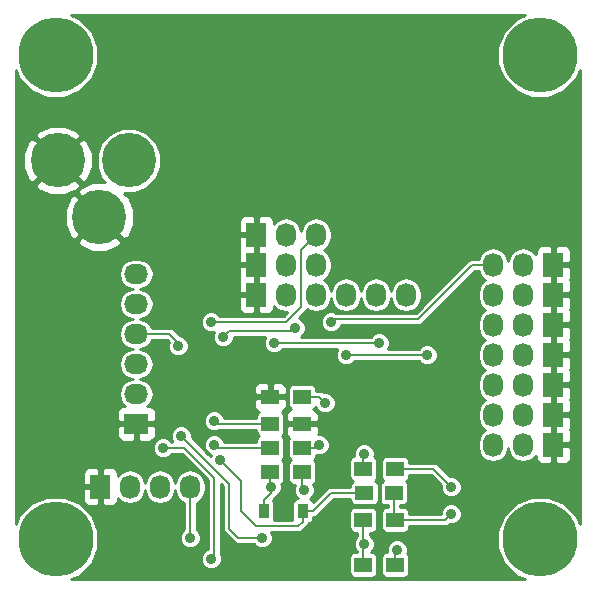
<source format=gbr>
G04 #@! TF.FileFunction,Copper,L2,Bot,Signal*
%FSLAX46Y46*%
G04 Gerber Fmt 4.6, Leading zero omitted, Abs format (unit mm)*
G04 Created by KiCad (PCBNEW 4.0.1-stable) date 7/15/2016 8:54:53 PM*
%MOMM*%
G01*
G04 APERTURE LIST*
%ADD10C,0.150000*%
%ADD11C,6.350000*%
%ADD12R,1.500000X1.300000*%
%ADD13R,2.032000X1.727200*%
%ADD14O,2.032000X1.727200*%
%ADD15C,4.600000*%
%ADD16R,1.727200X2.032000*%
%ADD17O,1.727200X2.032000*%
%ADD18R,1.500000X1.250000*%
%ADD19R,0.910000X1.220000*%
%ADD20C,0.889000*%
%ADD21C,0.203200*%
%ADD22C,0.254000*%
G04 APERTURE END LIST*
D10*
D11*
X14000000Y-55000000D03*
X55000000Y-55000000D03*
X55000000Y-14000000D03*
X14000000Y-14000000D03*
D12*
X34878000Y-42926000D03*
X32178000Y-42926000D03*
X32178000Y-49276000D03*
X34878000Y-49276000D03*
X42752000Y-53340000D03*
X40052000Y-53340000D03*
D13*
X20828000Y-45212000D03*
D14*
X20828000Y-42672000D03*
X20828000Y-40132000D03*
X20828000Y-37592000D03*
X20828000Y-35052000D03*
X20828000Y-32512000D03*
D15*
X14200000Y-22900000D03*
X20200000Y-22900000D03*
X17700000Y-27700000D03*
D16*
X56134000Y-46990000D03*
D17*
X53594000Y-46990000D03*
X51054000Y-46990000D03*
D16*
X56134000Y-44450000D03*
D17*
X53594000Y-44450000D03*
X51054000Y-44450000D03*
D16*
X56134000Y-41910000D03*
D17*
X53594000Y-41910000D03*
X51054000Y-41910000D03*
D16*
X56134000Y-39370000D03*
D17*
X53594000Y-39370000D03*
X51054000Y-39370000D03*
D16*
X56134000Y-36830000D03*
D17*
X53594000Y-36830000D03*
X51054000Y-36830000D03*
D16*
X56134000Y-34290000D03*
D17*
X53594000Y-34290000D03*
X51054000Y-34290000D03*
D16*
X56134000Y-31750000D03*
D17*
X53594000Y-31750000D03*
X51054000Y-31750000D03*
D16*
X30988000Y-31750000D03*
D17*
X33528000Y-31750000D03*
X36068000Y-31750000D03*
D16*
X30988000Y-29210000D03*
D17*
X33528000Y-29210000D03*
X36068000Y-29210000D03*
D16*
X30988000Y-34290000D03*
D17*
X33528000Y-34290000D03*
X36068000Y-34290000D03*
X38608000Y-34290000D03*
X41148000Y-34290000D03*
X43688000Y-34290000D03*
D12*
X42752000Y-57150000D03*
X40052000Y-57150000D03*
X34878000Y-45212000D03*
X32178000Y-45212000D03*
X42752000Y-49022000D03*
X40052000Y-49022000D03*
X32178000Y-47244000D03*
X34878000Y-47244000D03*
D16*
X17780000Y-50546000D03*
D17*
X20320000Y-50546000D03*
X22860000Y-50546000D03*
X25400000Y-50546000D03*
D18*
X42652000Y-51054000D03*
X40152000Y-51054000D03*
D19*
X34909000Y-52578000D03*
X31639000Y-52578000D03*
D20*
X26416000Y-14478000D03*
X29464000Y-41656000D03*
X30480000Y-16002000D03*
X18288000Y-18034000D03*
X40132000Y-47752000D03*
X40132000Y-55372000D03*
X35052000Y-50800000D03*
X36322000Y-46990000D03*
X36830000Y-43434000D03*
X23114000Y-47244000D03*
X27178000Y-56642000D03*
X24638000Y-46228000D03*
X24384000Y-38608000D03*
X31496000Y-54864000D03*
X47498000Y-50546000D03*
X45466000Y-39370000D03*
X38608000Y-39370000D03*
X37338000Y-36576000D03*
X28194000Y-37846000D03*
X34290000Y-37084000D03*
X27432000Y-44958000D03*
X27178000Y-36576000D03*
X27432000Y-46990000D03*
X25400000Y-54864000D03*
X41402000Y-38354000D03*
X32512000Y-38354000D03*
X32258000Y-50546000D03*
X47498000Y-52832000D03*
X42926000Y-55880000D03*
X27940000Y-48260000D03*
D21*
X40052000Y-49022000D02*
X40052000Y-47832000D01*
X40052000Y-47832000D02*
X40132000Y-47752000D01*
X40052000Y-57150000D02*
X40052000Y-55452000D01*
X40052000Y-55452000D02*
X40132000Y-55372000D01*
X34878000Y-49276000D02*
X34878000Y-50626000D01*
X34878000Y-50626000D02*
X35052000Y-50800000D01*
X34878000Y-47244000D02*
X36068000Y-47244000D01*
X36068000Y-47244000D02*
X36322000Y-46990000D01*
X34878000Y-42926000D02*
X36322000Y-42926000D01*
X36322000Y-42926000D02*
X36830000Y-43434000D01*
X40052000Y-57150000D02*
X40052000Y-53340000D01*
X24892000Y-47244000D02*
X27432000Y-49784000D01*
X23114000Y-47244000D02*
X24892000Y-47244000D01*
X27432000Y-56388000D02*
X27432000Y-49784000D01*
X27178000Y-56642000D02*
X27432000Y-56388000D01*
X20828000Y-37592000D02*
X23622000Y-37592000D01*
X29464000Y-54864000D02*
X31496000Y-54864000D01*
X28702000Y-54102000D02*
X29464000Y-54864000D01*
X28702000Y-50292000D02*
X28702000Y-54102000D01*
X24638000Y-46228000D02*
X28702000Y-50292000D01*
X24384000Y-38354000D02*
X24384000Y-38608000D01*
X23622000Y-37592000D02*
X24384000Y-38354000D01*
X42752000Y-49022000D02*
X45974000Y-49022000D01*
X45974000Y-49022000D02*
X47498000Y-50546000D01*
X38608000Y-39370000D02*
X45466000Y-39370000D01*
X49276000Y-31750000D02*
X51054000Y-31750000D01*
X44704000Y-36322000D02*
X49276000Y-31750000D01*
X37592000Y-36322000D02*
X44704000Y-36322000D01*
X37338000Y-36576000D02*
X37592000Y-36322000D01*
X28702000Y-37338000D02*
X28194000Y-37846000D01*
X34036000Y-37338000D02*
X28702000Y-37338000D01*
X34290000Y-37084000D02*
X34036000Y-37338000D01*
X32178000Y-45212000D02*
X27686000Y-45212000D01*
X27686000Y-45212000D02*
X27432000Y-44958000D01*
X36068000Y-29210000D02*
X34798000Y-30480000D01*
X33528000Y-36576000D02*
X27178000Y-36576000D01*
X34798000Y-35306000D02*
X33528000Y-36576000D01*
X34798000Y-30480000D02*
X34798000Y-35306000D01*
X27686000Y-47244000D02*
X32178000Y-47244000D01*
X27432000Y-46990000D02*
X27686000Y-47244000D01*
X25400000Y-54864000D02*
X25400000Y-50546000D01*
X32512000Y-38354000D02*
X41402000Y-38354000D01*
X31639000Y-52578000D02*
X31639000Y-51673000D01*
X32258000Y-51054000D02*
X32258000Y-50546000D01*
X31639000Y-51673000D02*
X32258000Y-51054000D01*
X32178000Y-49276000D02*
X32178000Y-50466000D01*
X32178000Y-50466000D02*
X32258000Y-50546000D01*
X42652000Y-51054000D02*
X42652000Y-53240000D01*
X42652000Y-53240000D02*
X42752000Y-53340000D01*
X42752000Y-53340000D02*
X46990000Y-53340000D01*
X46990000Y-53340000D02*
X47498000Y-52832000D01*
X42752000Y-56054000D02*
X42752000Y-57150000D01*
X42926000Y-55880000D02*
X42752000Y-56054000D01*
X34909000Y-53483000D02*
X34909000Y-52578000D01*
X34544000Y-53848000D02*
X34909000Y-53483000D01*
X30988000Y-53848000D02*
X34544000Y-53848000D01*
X29718000Y-52578000D02*
X30988000Y-53848000D01*
X29718000Y-50038000D02*
X29718000Y-52578000D01*
X27940000Y-48260000D02*
X29718000Y-50038000D01*
X34909000Y-52578000D02*
X35814000Y-52578000D01*
X37338000Y-51054000D02*
X40152000Y-51054000D01*
X35814000Y-52578000D02*
X37338000Y-51054000D01*
D22*
G36*
X52959581Y-10940521D02*
X51944087Y-11954245D01*
X51393828Y-13279416D01*
X51392576Y-14714289D01*
X51940521Y-16040419D01*
X52954245Y-17055913D01*
X54279416Y-17606172D01*
X55714289Y-17607424D01*
X57040419Y-17059479D01*
X58055913Y-16045755D01*
X58377700Y-15270806D01*
X58377700Y-53729736D01*
X58059479Y-52959581D01*
X57045755Y-51944087D01*
X55720584Y-51393828D01*
X54285711Y-51392576D01*
X52959581Y-51940521D01*
X51944087Y-52954245D01*
X51393828Y-54279416D01*
X51392576Y-55714289D01*
X51940521Y-57040419D01*
X52954245Y-58055913D01*
X53729194Y-58377700D01*
X15270264Y-58377700D01*
X16040419Y-58059479D01*
X17055913Y-57045755D01*
X17606172Y-55720584D01*
X17607424Y-54285711D01*
X17059479Y-52959581D01*
X16045755Y-51944087D01*
X14720584Y-51393828D01*
X13285711Y-51392576D01*
X11959581Y-51940521D01*
X10944087Y-52954245D01*
X10622300Y-53729194D01*
X10622300Y-50831750D01*
X16281400Y-50831750D01*
X16281400Y-51688309D01*
X16378073Y-51921698D01*
X16556701Y-52100327D01*
X16790090Y-52197000D01*
X17494250Y-52197000D01*
X17653000Y-52038250D01*
X17653000Y-50673000D01*
X16440150Y-50673000D01*
X16281400Y-50831750D01*
X10622300Y-50831750D01*
X10622300Y-49403691D01*
X16281400Y-49403691D01*
X16281400Y-50260250D01*
X16440150Y-50419000D01*
X17653000Y-50419000D01*
X17653000Y-49053750D01*
X17907000Y-49053750D01*
X17907000Y-50419000D01*
X17927000Y-50419000D01*
X17927000Y-50673000D01*
X17907000Y-50673000D01*
X17907000Y-52038250D01*
X18065750Y-52197000D01*
X18769910Y-52197000D01*
X19003299Y-52100327D01*
X19181927Y-51921698D01*
X19278600Y-51688309D01*
X19278600Y-51455055D01*
X19404014Y-51642750D01*
X19824272Y-51923558D01*
X20320000Y-52022164D01*
X20815728Y-51923558D01*
X21235986Y-51642750D01*
X21516794Y-51222492D01*
X21590000Y-50854459D01*
X21663206Y-51222492D01*
X21944014Y-51642750D01*
X22364272Y-51923558D01*
X22860000Y-52022164D01*
X23355728Y-51923558D01*
X23775986Y-51642750D01*
X24056794Y-51222492D01*
X24130000Y-50854459D01*
X24203206Y-51222492D01*
X24484014Y-51642750D01*
X24866600Y-51898386D01*
X24866600Y-54158274D01*
X24657542Y-54366968D01*
X24523852Y-54688928D01*
X24523548Y-55037542D01*
X24656676Y-55359736D01*
X24902968Y-55606458D01*
X25224928Y-55740148D01*
X25573542Y-55740452D01*
X25895736Y-55607324D01*
X26142458Y-55361032D01*
X26276148Y-55039072D01*
X26276452Y-54690458D01*
X26143324Y-54368264D01*
X25933400Y-54157973D01*
X25933400Y-51898386D01*
X26315986Y-51642750D01*
X26596794Y-51222492D01*
X26695400Y-50726764D01*
X26695400Y-50365236D01*
X26596794Y-49869508D01*
X26315986Y-49449250D01*
X25895728Y-49168442D01*
X25400000Y-49069836D01*
X24904272Y-49168442D01*
X24484014Y-49449250D01*
X24203206Y-49869508D01*
X24130000Y-50237541D01*
X24056794Y-49869508D01*
X23775986Y-49449250D01*
X23355728Y-49168442D01*
X22860000Y-49069836D01*
X22364272Y-49168442D01*
X21944014Y-49449250D01*
X21663206Y-49869508D01*
X21590000Y-50237541D01*
X21516794Y-49869508D01*
X21235986Y-49449250D01*
X20815728Y-49168442D01*
X20320000Y-49069836D01*
X19824272Y-49168442D01*
X19404014Y-49449250D01*
X19278600Y-49636945D01*
X19278600Y-49403691D01*
X19181927Y-49170302D01*
X19003299Y-48991673D01*
X18769910Y-48895000D01*
X18065750Y-48895000D01*
X17907000Y-49053750D01*
X17653000Y-49053750D01*
X17494250Y-48895000D01*
X16790090Y-48895000D01*
X16556701Y-48991673D01*
X16378073Y-49170302D01*
X16281400Y-49403691D01*
X10622300Y-49403691D01*
X10622300Y-47417542D01*
X22237548Y-47417542D01*
X22370676Y-47739736D01*
X22616968Y-47986458D01*
X22938928Y-48120148D01*
X23287542Y-48120452D01*
X23609736Y-47987324D01*
X23820027Y-47777400D01*
X24671058Y-47777400D01*
X26898600Y-50004941D01*
X26898600Y-55809288D01*
X26682264Y-55898676D01*
X26435542Y-56144968D01*
X26301852Y-56466928D01*
X26301548Y-56815542D01*
X26434676Y-57137736D01*
X26680968Y-57384458D01*
X27002928Y-57518148D01*
X27351542Y-57518452D01*
X27673736Y-57385324D01*
X27920458Y-57139032D01*
X28054148Y-56817072D01*
X28054452Y-56468458D01*
X27965400Y-56252936D01*
X27965400Y-50309742D01*
X28168600Y-50512942D01*
X28168600Y-54102000D01*
X28209203Y-54306123D01*
X28324829Y-54479171D01*
X29086829Y-55241171D01*
X29259877Y-55356797D01*
X29464000Y-55397401D01*
X29464005Y-55397400D01*
X30790274Y-55397400D01*
X30998968Y-55606458D01*
X31320928Y-55740148D01*
X31669542Y-55740452D01*
X31991736Y-55607324D01*
X32238458Y-55361032D01*
X32372148Y-55039072D01*
X32372452Y-54690458D01*
X32244752Y-54381400D01*
X34544000Y-54381400D01*
X34748123Y-54340797D01*
X34921171Y-54225171D01*
X35286171Y-53860171D01*
X35401797Y-53687123D01*
X35415431Y-53618582D01*
X35524015Y-53598150D01*
X35670980Y-53503581D01*
X35769573Y-53359285D01*
X35804259Y-53188000D01*
X35804259Y-53111400D01*
X35814000Y-53111400D01*
X36018123Y-53070797D01*
X36191171Y-52955171D01*
X36456341Y-52690000D01*
X38861741Y-52690000D01*
X38861741Y-53990000D01*
X38891850Y-54150015D01*
X38986419Y-54296980D01*
X39130715Y-54395573D01*
X39302000Y-54430259D01*
X39518600Y-54430259D01*
X39518600Y-54746135D01*
X39389542Y-54874968D01*
X39255852Y-55196928D01*
X39255548Y-55545542D01*
X39388676Y-55867736D01*
X39518600Y-55997887D01*
X39518600Y-56059741D01*
X39302000Y-56059741D01*
X39141985Y-56089850D01*
X38995020Y-56184419D01*
X38896427Y-56328715D01*
X38861741Y-56500000D01*
X38861741Y-57800000D01*
X38891850Y-57960015D01*
X38986419Y-58106980D01*
X39130715Y-58205573D01*
X39302000Y-58240259D01*
X40802000Y-58240259D01*
X40962015Y-58210150D01*
X41108980Y-58115581D01*
X41207573Y-57971285D01*
X41242259Y-57800000D01*
X41242259Y-56500000D01*
X41561741Y-56500000D01*
X41561741Y-57800000D01*
X41591850Y-57960015D01*
X41686419Y-58106980D01*
X41830715Y-58205573D01*
X42002000Y-58240259D01*
X43502000Y-58240259D01*
X43662015Y-58210150D01*
X43808980Y-58115581D01*
X43907573Y-57971285D01*
X43942259Y-57800000D01*
X43942259Y-56500000D01*
X43912150Y-56339985D01*
X43817581Y-56193020D01*
X43760938Y-56154317D01*
X43802148Y-56055072D01*
X43802452Y-55706458D01*
X43669324Y-55384264D01*
X43423032Y-55137542D01*
X43101072Y-55003852D01*
X42752458Y-55003548D01*
X42430264Y-55136676D01*
X42183542Y-55382968D01*
X42049852Y-55704928D01*
X42049548Y-56053542D01*
X42052109Y-56059741D01*
X42002000Y-56059741D01*
X41841985Y-56089850D01*
X41695020Y-56184419D01*
X41596427Y-56328715D01*
X41561741Y-56500000D01*
X41242259Y-56500000D01*
X41212150Y-56339985D01*
X41117581Y-56193020D01*
X40973285Y-56094427D01*
X40802000Y-56059741D01*
X40683416Y-56059741D01*
X40874458Y-55869032D01*
X41008148Y-55547072D01*
X41008452Y-55198458D01*
X40875324Y-54876264D01*
X40629032Y-54629542D01*
X40585400Y-54611424D01*
X40585400Y-54430259D01*
X40802000Y-54430259D01*
X40962015Y-54400150D01*
X41108980Y-54305581D01*
X41207573Y-54161285D01*
X41242259Y-53990000D01*
X41242259Y-52690000D01*
X41212150Y-52529985D01*
X41117581Y-52383020D01*
X40973285Y-52284427D01*
X40802000Y-52249741D01*
X39302000Y-52249741D01*
X39141985Y-52279850D01*
X38995020Y-52374419D01*
X38896427Y-52518715D01*
X38861741Y-52690000D01*
X36456341Y-52690000D01*
X37558941Y-51587400D01*
X38961741Y-51587400D01*
X38961741Y-51679000D01*
X38991850Y-51839015D01*
X39086419Y-51985980D01*
X39230715Y-52084573D01*
X39402000Y-52119259D01*
X40902000Y-52119259D01*
X41062015Y-52089150D01*
X41208980Y-51994581D01*
X41307573Y-51850285D01*
X41342259Y-51679000D01*
X41342259Y-50429000D01*
X41461741Y-50429000D01*
X41461741Y-51679000D01*
X41491850Y-51839015D01*
X41586419Y-51985980D01*
X41730715Y-52084573D01*
X41902000Y-52119259D01*
X42118600Y-52119259D01*
X42118600Y-52249741D01*
X42002000Y-52249741D01*
X41841985Y-52279850D01*
X41695020Y-52374419D01*
X41596427Y-52518715D01*
X41561741Y-52690000D01*
X41561741Y-53990000D01*
X41591850Y-54150015D01*
X41686419Y-54296980D01*
X41830715Y-54395573D01*
X42002000Y-54430259D01*
X43502000Y-54430259D01*
X43662015Y-54400150D01*
X43808980Y-54305581D01*
X43907573Y-54161285D01*
X43942259Y-53990000D01*
X43942259Y-53873400D01*
X46990000Y-53873400D01*
X47194123Y-53832797D01*
X47367171Y-53717171D01*
X47376148Y-53708194D01*
X47671542Y-53708452D01*
X47993736Y-53575324D01*
X48240458Y-53329032D01*
X48374148Y-53007072D01*
X48374452Y-52658458D01*
X48241324Y-52336264D01*
X47995032Y-52089542D01*
X47673072Y-51955852D01*
X47324458Y-51955548D01*
X47002264Y-52088676D01*
X46755542Y-52334968D01*
X46621852Y-52656928D01*
X46621721Y-52806600D01*
X43942259Y-52806600D01*
X43942259Y-52690000D01*
X43912150Y-52529985D01*
X43817581Y-52383020D01*
X43673285Y-52284427D01*
X43502000Y-52249741D01*
X43185400Y-52249741D01*
X43185400Y-52119259D01*
X43402000Y-52119259D01*
X43562015Y-52089150D01*
X43708980Y-51994581D01*
X43807573Y-51850285D01*
X43842259Y-51679000D01*
X43842259Y-50429000D01*
X43812150Y-50268985D01*
X43717581Y-50122020D01*
X43659831Y-50082561D01*
X43662015Y-50082150D01*
X43808980Y-49987581D01*
X43907573Y-49843285D01*
X43942259Y-49672000D01*
X43942259Y-49555400D01*
X45753058Y-49555400D01*
X46621806Y-50424147D01*
X46621548Y-50719542D01*
X46754676Y-51041736D01*
X47000968Y-51288458D01*
X47322928Y-51422148D01*
X47671542Y-51422452D01*
X47993736Y-51289324D01*
X48240458Y-51043032D01*
X48374148Y-50721072D01*
X48374452Y-50372458D01*
X48241324Y-50050264D01*
X47995032Y-49803542D01*
X47673072Y-49669852D01*
X47375934Y-49669593D01*
X46351171Y-48644829D01*
X46178123Y-48529203D01*
X45974000Y-48488600D01*
X43942259Y-48488600D01*
X43942259Y-48372000D01*
X43912150Y-48211985D01*
X43817581Y-48065020D01*
X43673285Y-47966427D01*
X43502000Y-47931741D01*
X42002000Y-47931741D01*
X41841985Y-47961850D01*
X41695020Y-48056419D01*
X41596427Y-48200715D01*
X41561741Y-48372000D01*
X41561741Y-49672000D01*
X41591850Y-49832015D01*
X41686419Y-49978980D01*
X41744169Y-50018439D01*
X41741985Y-50018850D01*
X41595020Y-50113419D01*
X41496427Y-50257715D01*
X41461741Y-50429000D01*
X41342259Y-50429000D01*
X41312150Y-50268985D01*
X41217581Y-50122020D01*
X41073285Y-50023427D01*
X41058064Y-50020345D01*
X41108980Y-49987581D01*
X41207573Y-49843285D01*
X41242259Y-49672000D01*
X41242259Y-48372000D01*
X41212150Y-48211985D01*
X41117581Y-48065020D01*
X40987713Y-47976285D01*
X41008148Y-47927072D01*
X41008452Y-47578458D01*
X40875324Y-47256264D01*
X40629032Y-47009542D01*
X40307072Y-46875852D01*
X39958458Y-46875548D01*
X39636264Y-47008676D01*
X39389542Y-47254968D01*
X39255852Y-47576928D01*
X39255548Y-47925542D01*
X39261276Y-47939404D01*
X39141985Y-47961850D01*
X38995020Y-48056419D01*
X38896427Y-48200715D01*
X38861741Y-48372000D01*
X38861741Y-49672000D01*
X38891850Y-49832015D01*
X38986419Y-49978980D01*
X39130715Y-50077573D01*
X39145936Y-50080655D01*
X39095020Y-50113419D01*
X38996427Y-50257715D01*
X38961741Y-50429000D01*
X38961741Y-50520600D01*
X37338000Y-50520600D01*
X37133876Y-50561203D01*
X37118614Y-50571401D01*
X36960829Y-50676829D01*
X36960827Y-50676832D01*
X35782943Y-51854715D01*
X35774150Y-51807985D01*
X35679581Y-51661020D01*
X35535285Y-51562427D01*
X35512614Y-51557836D01*
X35547736Y-51543324D01*
X35794458Y-51297032D01*
X35928148Y-50975072D01*
X35928452Y-50626458D01*
X35804197Y-50325737D01*
X35934980Y-50241581D01*
X36033573Y-50097285D01*
X36068259Y-49926000D01*
X36068259Y-48626000D01*
X36038150Y-48465985D01*
X35943581Y-48319020D01*
X35856923Y-48259809D01*
X35934980Y-48209581D01*
X36033573Y-48065285D01*
X36068259Y-47894000D01*
X36068259Y-47833482D01*
X36146928Y-47866148D01*
X36495542Y-47866452D01*
X36817736Y-47733324D01*
X37064458Y-47487032D01*
X37198148Y-47165072D01*
X37198452Y-46816458D01*
X37065324Y-46494264D01*
X36819032Y-46247542D01*
X36497072Y-46113852D01*
X36211102Y-46113603D01*
X36263000Y-45988310D01*
X36263000Y-45497750D01*
X36104250Y-45339000D01*
X35005000Y-45339000D01*
X35005000Y-45359000D01*
X34751000Y-45359000D01*
X34751000Y-45339000D01*
X33651750Y-45339000D01*
X33493000Y-45497750D01*
X33493000Y-45988310D01*
X33589673Y-46221699D01*
X33750136Y-46382161D01*
X33722427Y-46422715D01*
X33687741Y-46594000D01*
X33687741Y-47894000D01*
X33717850Y-48054015D01*
X33812419Y-48200980D01*
X33899077Y-48260191D01*
X33821020Y-48310419D01*
X33722427Y-48454715D01*
X33687741Y-48626000D01*
X33687741Y-49926000D01*
X33717850Y-50086015D01*
X33812419Y-50232980D01*
X33956715Y-50331573D01*
X34128000Y-50366259D01*
X34283261Y-50366259D01*
X34175852Y-50624928D01*
X34175548Y-50973542D01*
X34308676Y-51295736D01*
X34540277Y-51527741D01*
X34454000Y-51527741D01*
X34293985Y-51557850D01*
X34147020Y-51652419D01*
X34048427Y-51796715D01*
X34013741Y-51968000D01*
X34013741Y-53188000D01*
X34037563Y-53314600D01*
X32508622Y-53314600D01*
X32534259Y-53188000D01*
X32534259Y-51968000D01*
X32504150Y-51807985D01*
X32409581Y-51661020D01*
X32407051Y-51659291D01*
X32635171Y-51431171D01*
X32720878Y-51302901D01*
X32753736Y-51289324D01*
X33000458Y-51043032D01*
X33134148Y-50721072D01*
X33134452Y-50372458D01*
X33112847Y-50320171D01*
X33234980Y-50241581D01*
X33333573Y-50097285D01*
X33368259Y-49926000D01*
X33368259Y-48626000D01*
X33338150Y-48465985D01*
X33243581Y-48319020D01*
X33156923Y-48259809D01*
X33234980Y-48209581D01*
X33333573Y-48065285D01*
X33368259Y-47894000D01*
X33368259Y-46594000D01*
X33338150Y-46433985D01*
X33243581Y-46287020D01*
X33156923Y-46227809D01*
X33234980Y-46177581D01*
X33333573Y-46033285D01*
X33368259Y-45862000D01*
X33368259Y-44562000D01*
X33344493Y-44435690D01*
X33493000Y-44435690D01*
X33493000Y-44926250D01*
X33651750Y-45085000D01*
X34751000Y-45085000D01*
X34751000Y-45065000D01*
X35005000Y-45065000D01*
X35005000Y-45085000D01*
X36104250Y-45085000D01*
X36263000Y-44926250D01*
X36263000Y-44435690D01*
X36166327Y-44202301D01*
X35987698Y-44023673D01*
X35830739Y-43958658D01*
X35934980Y-43891581D01*
X36019686Y-43767609D01*
X36086676Y-43929736D01*
X36332968Y-44176458D01*
X36654928Y-44310148D01*
X37003542Y-44310452D01*
X37325736Y-44177324D01*
X37572458Y-43931032D01*
X37706148Y-43609072D01*
X37706452Y-43260458D01*
X37573324Y-42938264D01*
X37327032Y-42691542D01*
X37005072Y-42557852D01*
X36707935Y-42557593D01*
X36699171Y-42548829D01*
X36526123Y-42433203D01*
X36322000Y-42392600D01*
X36068259Y-42392600D01*
X36068259Y-42276000D01*
X36038150Y-42115985D01*
X35943581Y-41969020D01*
X35799285Y-41870427D01*
X35628000Y-41835741D01*
X34128000Y-41835741D01*
X33967985Y-41865850D01*
X33821020Y-41960419D01*
X33722427Y-42104715D01*
X33687741Y-42276000D01*
X33687741Y-43576000D01*
X33717850Y-43736015D01*
X33812419Y-43882980D01*
X33923964Y-43959195D01*
X33768302Y-44023673D01*
X33589673Y-44202301D01*
X33493000Y-44435690D01*
X33344493Y-44435690D01*
X33338150Y-44401985D01*
X33243581Y-44255020D01*
X33132036Y-44178805D01*
X33287698Y-44114327D01*
X33466327Y-43935699D01*
X33563000Y-43702310D01*
X33563000Y-43211750D01*
X33404250Y-43053000D01*
X32305000Y-43053000D01*
X32305000Y-43073000D01*
X32051000Y-43073000D01*
X32051000Y-43053000D01*
X30951750Y-43053000D01*
X30793000Y-43211750D01*
X30793000Y-43702310D01*
X30889673Y-43935699D01*
X31068302Y-44114327D01*
X31225261Y-44179342D01*
X31121020Y-44246419D01*
X31022427Y-44390715D01*
X30987741Y-44562000D01*
X30987741Y-44678600D01*
X28264712Y-44678600D01*
X28175324Y-44462264D01*
X27929032Y-44215542D01*
X27607072Y-44081852D01*
X27258458Y-44081548D01*
X26936264Y-44214676D01*
X26689542Y-44460968D01*
X26555852Y-44782928D01*
X26555548Y-45131542D01*
X26688676Y-45453736D01*
X26934968Y-45700458D01*
X27256928Y-45834148D01*
X27605542Y-45834452D01*
X27821064Y-45745400D01*
X30987741Y-45745400D01*
X30987741Y-45862000D01*
X31017850Y-46022015D01*
X31112419Y-46168980D01*
X31199077Y-46228191D01*
X31121020Y-46278419D01*
X31022427Y-46422715D01*
X30987741Y-46594000D01*
X30987741Y-46710600D01*
X28264712Y-46710600D01*
X28175324Y-46494264D01*
X27929032Y-46247542D01*
X27607072Y-46113852D01*
X27258458Y-46113548D01*
X26936264Y-46246676D01*
X26689542Y-46492968D01*
X26555852Y-46814928D01*
X26555548Y-47163542D01*
X26688676Y-47485736D01*
X26934968Y-47732458D01*
X27169732Y-47829941D01*
X27118255Y-47953913D01*
X25514194Y-46349852D01*
X25514452Y-46054458D01*
X25381324Y-45732264D01*
X25135032Y-45485542D01*
X24813072Y-45351852D01*
X24464458Y-45351548D01*
X24142264Y-45484676D01*
X23895542Y-45730968D01*
X23761852Y-46052928D01*
X23761548Y-46401542D01*
X23889248Y-46710600D01*
X23819726Y-46710600D01*
X23611032Y-46501542D01*
X23289072Y-46367852D01*
X22940458Y-46367548D01*
X22618264Y-46500676D01*
X22371542Y-46746968D01*
X22237852Y-47068928D01*
X22237548Y-47417542D01*
X10622300Y-47417542D01*
X10622300Y-45497750D01*
X19177000Y-45497750D01*
X19177000Y-46201910D01*
X19273673Y-46435299D01*
X19452302Y-46613927D01*
X19685691Y-46710600D01*
X20542250Y-46710600D01*
X20701000Y-46551850D01*
X20701000Y-45339000D01*
X20955000Y-45339000D01*
X20955000Y-46551850D01*
X21113750Y-46710600D01*
X21970309Y-46710600D01*
X22203698Y-46613927D01*
X22382327Y-46435299D01*
X22479000Y-46201910D01*
X22479000Y-45497750D01*
X22320250Y-45339000D01*
X20955000Y-45339000D01*
X20701000Y-45339000D01*
X19335750Y-45339000D01*
X19177000Y-45497750D01*
X10622300Y-45497750D01*
X10622300Y-44222090D01*
X19177000Y-44222090D01*
X19177000Y-44926250D01*
X19335750Y-45085000D01*
X20701000Y-45085000D01*
X20701000Y-45065000D01*
X20955000Y-45065000D01*
X20955000Y-45085000D01*
X22320250Y-45085000D01*
X22479000Y-44926250D01*
X22479000Y-44222090D01*
X22382327Y-43988701D01*
X22203698Y-43810073D01*
X21970309Y-43713400D01*
X21737055Y-43713400D01*
X21924750Y-43587986D01*
X22205558Y-43167728D01*
X22304164Y-42672000D01*
X22205558Y-42176272D01*
X22187797Y-42149690D01*
X30793000Y-42149690D01*
X30793000Y-42640250D01*
X30951750Y-42799000D01*
X32051000Y-42799000D01*
X32051000Y-41799750D01*
X32305000Y-41799750D01*
X32305000Y-42799000D01*
X33404250Y-42799000D01*
X33563000Y-42640250D01*
X33563000Y-42149690D01*
X33466327Y-41916301D01*
X33287698Y-41737673D01*
X33054309Y-41641000D01*
X32463750Y-41641000D01*
X32305000Y-41799750D01*
X32051000Y-41799750D01*
X31892250Y-41641000D01*
X31301691Y-41641000D01*
X31068302Y-41737673D01*
X30889673Y-41916301D01*
X30793000Y-42149690D01*
X22187797Y-42149690D01*
X21924750Y-41756014D01*
X21504492Y-41475206D01*
X21136459Y-41402000D01*
X21504492Y-41328794D01*
X21924750Y-41047986D01*
X22205558Y-40627728D01*
X22304164Y-40132000D01*
X22205558Y-39636272D01*
X21924750Y-39216014D01*
X21504492Y-38935206D01*
X21136459Y-38862000D01*
X21504492Y-38788794D01*
X21924750Y-38507986D01*
X22180386Y-38125400D01*
X23401058Y-38125400D01*
X23566748Y-38291090D01*
X23507852Y-38432928D01*
X23507548Y-38781542D01*
X23640676Y-39103736D01*
X23886968Y-39350458D01*
X24208928Y-39484148D01*
X24557542Y-39484452D01*
X24879736Y-39351324D01*
X25126458Y-39105032D01*
X25260148Y-38783072D01*
X25260452Y-38434458D01*
X25127324Y-38112264D01*
X24881032Y-37865542D01*
X24559072Y-37731852D01*
X24516157Y-37731815D01*
X23999171Y-37214829D01*
X23826123Y-37099203D01*
X23622000Y-37058600D01*
X22180386Y-37058600D01*
X21973880Y-36749542D01*
X26301548Y-36749542D01*
X26434676Y-37071736D01*
X26680968Y-37318458D01*
X27002928Y-37452148D01*
X27351542Y-37452452D01*
X27420383Y-37424008D01*
X27317852Y-37670928D01*
X27317548Y-38019542D01*
X27450676Y-38341736D01*
X27696968Y-38588458D01*
X28018928Y-38722148D01*
X28367542Y-38722452D01*
X28689736Y-38589324D01*
X28936458Y-38343032D01*
X29070148Y-38021072D01*
X29070279Y-37871400D01*
X31763549Y-37871400D01*
X31635852Y-38178928D01*
X31635548Y-38527542D01*
X31768676Y-38849736D01*
X32014968Y-39096458D01*
X32336928Y-39230148D01*
X32685542Y-39230452D01*
X33007736Y-39097324D01*
X33218027Y-38887400D01*
X37859549Y-38887400D01*
X37731852Y-39194928D01*
X37731548Y-39543542D01*
X37864676Y-39865736D01*
X38110968Y-40112458D01*
X38432928Y-40246148D01*
X38781542Y-40246452D01*
X39103736Y-40113324D01*
X39314027Y-39903400D01*
X44760274Y-39903400D01*
X44968968Y-40112458D01*
X45290928Y-40246148D01*
X45639542Y-40246452D01*
X45961736Y-40113324D01*
X46208458Y-39867032D01*
X46342148Y-39545072D01*
X46342452Y-39196458D01*
X46209324Y-38874264D01*
X45963032Y-38627542D01*
X45641072Y-38493852D01*
X45292458Y-38493548D01*
X44970264Y-38626676D01*
X44759973Y-38836600D01*
X42150451Y-38836600D01*
X42278148Y-38529072D01*
X42278452Y-38180458D01*
X42145324Y-37858264D01*
X41899032Y-37611542D01*
X41577072Y-37477852D01*
X41228458Y-37477548D01*
X40906264Y-37610676D01*
X40695973Y-37820600D01*
X34792472Y-37820600D01*
X35032458Y-37581032D01*
X35166148Y-37259072D01*
X35166452Y-36910458D01*
X35099963Y-36749542D01*
X36461548Y-36749542D01*
X36594676Y-37071736D01*
X36840968Y-37318458D01*
X37162928Y-37452148D01*
X37511542Y-37452452D01*
X37833736Y-37319324D01*
X38080458Y-37073032D01*
X38170827Y-36855400D01*
X44704000Y-36855400D01*
X44908123Y-36814797D01*
X45081171Y-36699171D01*
X49496941Y-32283400D01*
X49828743Y-32283400D01*
X49857206Y-32426492D01*
X50138014Y-32846750D01*
X50397300Y-33020000D01*
X50138014Y-33193250D01*
X49857206Y-33613508D01*
X49758600Y-34109236D01*
X49758600Y-34470764D01*
X49857206Y-34966492D01*
X50138014Y-35386750D01*
X50397300Y-35560000D01*
X50138014Y-35733250D01*
X49857206Y-36153508D01*
X49758600Y-36649236D01*
X49758600Y-37010764D01*
X49857206Y-37506492D01*
X50138014Y-37926750D01*
X50397300Y-38100000D01*
X50138014Y-38273250D01*
X49857206Y-38693508D01*
X49758600Y-39189236D01*
X49758600Y-39550764D01*
X49857206Y-40046492D01*
X50138014Y-40466750D01*
X50397300Y-40640000D01*
X50138014Y-40813250D01*
X49857206Y-41233508D01*
X49758600Y-41729236D01*
X49758600Y-42090764D01*
X49857206Y-42586492D01*
X50138014Y-43006750D01*
X50397300Y-43180000D01*
X50138014Y-43353250D01*
X49857206Y-43773508D01*
X49758600Y-44269236D01*
X49758600Y-44630764D01*
X49857206Y-45126492D01*
X50138014Y-45546750D01*
X50397300Y-45720000D01*
X50138014Y-45893250D01*
X49857206Y-46313508D01*
X49758600Y-46809236D01*
X49758600Y-47170764D01*
X49857206Y-47666492D01*
X50138014Y-48086750D01*
X50558272Y-48367558D01*
X51054000Y-48466164D01*
X51549728Y-48367558D01*
X51969986Y-48086750D01*
X52250794Y-47666492D01*
X52324000Y-47298459D01*
X52397206Y-47666492D01*
X52678014Y-48086750D01*
X53098272Y-48367558D01*
X53594000Y-48466164D01*
X54089728Y-48367558D01*
X54509986Y-48086750D01*
X54635400Y-47899055D01*
X54635400Y-48132309D01*
X54732073Y-48365698D01*
X54910701Y-48544327D01*
X55144090Y-48641000D01*
X55848250Y-48641000D01*
X56007000Y-48482250D01*
X56007000Y-47117000D01*
X56261000Y-47117000D01*
X56261000Y-48482250D01*
X56419750Y-48641000D01*
X57123910Y-48641000D01*
X57357299Y-48544327D01*
X57535927Y-48365698D01*
X57632600Y-48132309D01*
X57632600Y-47275750D01*
X57473850Y-47117000D01*
X56261000Y-47117000D01*
X56007000Y-47117000D01*
X55987000Y-47117000D01*
X55987000Y-46863000D01*
X56007000Y-46863000D01*
X56007000Y-44577000D01*
X56261000Y-44577000D01*
X56261000Y-46863000D01*
X57473850Y-46863000D01*
X57632600Y-46704250D01*
X57632600Y-45847691D01*
X57579709Y-45720000D01*
X57632600Y-45592309D01*
X57632600Y-44735750D01*
X57473850Y-44577000D01*
X56261000Y-44577000D01*
X56007000Y-44577000D01*
X55987000Y-44577000D01*
X55987000Y-44323000D01*
X56007000Y-44323000D01*
X56007000Y-42037000D01*
X56261000Y-42037000D01*
X56261000Y-44323000D01*
X57473850Y-44323000D01*
X57632600Y-44164250D01*
X57632600Y-43307691D01*
X57579709Y-43180000D01*
X57632600Y-43052309D01*
X57632600Y-42195750D01*
X57473850Y-42037000D01*
X56261000Y-42037000D01*
X56007000Y-42037000D01*
X55987000Y-42037000D01*
X55987000Y-41783000D01*
X56007000Y-41783000D01*
X56007000Y-39497000D01*
X56261000Y-39497000D01*
X56261000Y-41783000D01*
X57473850Y-41783000D01*
X57632600Y-41624250D01*
X57632600Y-40767691D01*
X57579709Y-40640000D01*
X57632600Y-40512309D01*
X57632600Y-39655750D01*
X57473850Y-39497000D01*
X56261000Y-39497000D01*
X56007000Y-39497000D01*
X55987000Y-39497000D01*
X55987000Y-39243000D01*
X56007000Y-39243000D01*
X56007000Y-36957000D01*
X56261000Y-36957000D01*
X56261000Y-39243000D01*
X57473850Y-39243000D01*
X57632600Y-39084250D01*
X57632600Y-38227691D01*
X57579709Y-38100000D01*
X57632600Y-37972309D01*
X57632600Y-37115750D01*
X57473850Y-36957000D01*
X56261000Y-36957000D01*
X56007000Y-36957000D01*
X55987000Y-36957000D01*
X55987000Y-36703000D01*
X56007000Y-36703000D01*
X56007000Y-34417000D01*
X56261000Y-34417000D01*
X56261000Y-36703000D01*
X57473850Y-36703000D01*
X57632600Y-36544250D01*
X57632600Y-35687691D01*
X57579709Y-35560000D01*
X57632600Y-35432309D01*
X57632600Y-34575750D01*
X57473850Y-34417000D01*
X56261000Y-34417000D01*
X56007000Y-34417000D01*
X55987000Y-34417000D01*
X55987000Y-34163000D01*
X56007000Y-34163000D01*
X56007000Y-31877000D01*
X56261000Y-31877000D01*
X56261000Y-34163000D01*
X57473850Y-34163000D01*
X57632600Y-34004250D01*
X57632600Y-33147691D01*
X57579709Y-33020000D01*
X57632600Y-32892309D01*
X57632600Y-32035750D01*
X57473850Y-31877000D01*
X56261000Y-31877000D01*
X56007000Y-31877000D01*
X55987000Y-31877000D01*
X55987000Y-31623000D01*
X56007000Y-31623000D01*
X56007000Y-30257750D01*
X56261000Y-30257750D01*
X56261000Y-31623000D01*
X57473850Y-31623000D01*
X57632600Y-31464250D01*
X57632600Y-30607691D01*
X57535927Y-30374302D01*
X57357299Y-30195673D01*
X57123910Y-30099000D01*
X56419750Y-30099000D01*
X56261000Y-30257750D01*
X56007000Y-30257750D01*
X55848250Y-30099000D01*
X55144090Y-30099000D01*
X54910701Y-30195673D01*
X54732073Y-30374302D01*
X54635400Y-30607691D01*
X54635400Y-30840945D01*
X54509986Y-30653250D01*
X54089728Y-30372442D01*
X53594000Y-30273836D01*
X53098272Y-30372442D01*
X52678014Y-30653250D01*
X52397206Y-31073508D01*
X52324000Y-31441541D01*
X52250794Y-31073508D01*
X51969986Y-30653250D01*
X51549728Y-30372442D01*
X51054000Y-30273836D01*
X50558272Y-30372442D01*
X50138014Y-30653250D01*
X49857206Y-31073508D01*
X49828743Y-31216600D01*
X49276000Y-31216600D01*
X49071876Y-31257203D01*
X49002563Y-31303516D01*
X48898829Y-31372829D01*
X48898827Y-31372832D01*
X44483058Y-35788600D01*
X37726800Y-35788600D01*
X37513072Y-35699852D01*
X37164458Y-35699548D01*
X36842264Y-35832676D01*
X36595542Y-36078968D01*
X36461852Y-36400928D01*
X36461548Y-36749542D01*
X35099963Y-36749542D01*
X35033324Y-36588264D01*
X34787032Y-36341542D01*
X34596087Y-36262255D01*
X35175171Y-35683171D01*
X35290797Y-35510124D01*
X35296177Y-35483077D01*
X35572272Y-35667558D01*
X36068000Y-35766164D01*
X36563728Y-35667558D01*
X36983986Y-35386750D01*
X37264794Y-34966492D01*
X37338000Y-34598459D01*
X37411206Y-34966492D01*
X37692014Y-35386750D01*
X38112272Y-35667558D01*
X38608000Y-35766164D01*
X39103728Y-35667558D01*
X39523986Y-35386750D01*
X39804794Y-34966492D01*
X39878000Y-34598459D01*
X39951206Y-34966492D01*
X40232014Y-35386750D01*
X40652272Y-35667558D01*
X41148000Y-35766164D01*
X41643728Y-35667558D01*
X42063986Y-35386750D01*
X42344794Y-34966492D01*
X42418000Y-34598459D01*
X42491206Y-34966492D01*
X42772014Y-35386750D01*
X43192272Y-35667558D01*
X43688000Y-35766164D01*
X44183728Y-35667558D01*
X44603986Y-35386750D01*
X44884794Y-34966492D01*
X44983400Y-34470764D01*
X44983400Y-34109236D01*
X44884794Y-33613508D01*
X44603986Y-33193250D01*
X44183728Y-32912442D01*
X43688000Y-32813836D01*
X43192272Y-32912442D01*
X42772014Y-33193250D01*
X42491206Y-33613508D01*
X42418000Y-33981541D01*
X42344794Y-33613508D01*
X42063986Y-33193250D01*
X41643728Y-32912442D01*
X41148000Y-32813836D01*
X40652272Y-32912442D01*
X40232014Y-33193250D01*
X39951206Y-33613508D01*
X39878000Y-33981541D01*
X39804794Y-33613508D01*
X39523986Y-33193250D01*
X39103728Y-32912442D01*
X38608000Y-32813836D01*
X38112272Y-32912442D01*
X37692014Y-33193250D01*
X37411206Y-33613508D01*
X37338000Y-33981541D01*
X37264794Y-33613508D01*
X36983986Y-33193250D01*
X36724700Y-33020000D01*
X36983986Y-32846750D01*
X37264794Y-32426492D01*
X37363400Y-31930764D01*
X37363400Y-31569236D01*
X37264794Y-31073508D01*
X36983986Y-30653250D01*
X36724700Y-30480000D01*
X36983986Y-30306750D01*
X37264794Y-29886492D01*
X37363400Y-29390764D01*
X37363400Y-29029236D01*
X37264794Y-28533508D01*
X36983986Y-28113250D01*
X36563728Y-27832442D01*
X36068000Y-27733836D01*
X35572272Y-27832442D01*
X35152014Y-28113250D01*
X34871206Y-28533508D01*
X34798000Y-28901541D01*
X34724794Y-28533508D01*
X34443986Y-28113250D01*
X34023728Y-27832442D01*
X33528000Y-27733836D01*
X33032272Y-27832442D01*
X32612014Y-28113250D01*
X32486600Y-28300945D01*
X32486600Y-28067691D01*
X32389927Y-27834302D01*
X32211299Y-27655673D01*
X31977910Y-27559000D01*
X31273750Y-27559000D01*
X31115000Y-27717750D01*
X31115000Y-29083000D01*
X31135000Y-29083000D01*
X31135000Y-29337000D01*
X31115000Y-29337000D01*
X31115000Y-31623000D01*
X31135000Y-31623000D01*
X31135000Y-31877000D01*
X31115000Y-31877000D01*
X31115000Y-34163000D01*
X31135000Y-34163000D01*
X31135000Y-34417000D01*
X31115000Y-34417000D01*
X31115000Y-35782250D01*
X31273750Y-35941000D01*
X31977910Y-35941000D01*
X32211299Y-35844327D01*
X32389927Y-35665698D01*
X32486600Y-35432309D01*
X32486600Y-35199055D01*
X32612014Y-35386750D01*
X33032272Y-35667558D01*
X33528000Y-35766164D01*
X33597273Y-35752385D01*
X33307058Y-36042600D01*
X27883726Y-36042600D01*
X27675032Y-35833542D01*
X27353072Y-35699852D01*
X27004458Y-35699548D01*
X26682264Y-35832676D01*
X26435542Y-36078968D01*
X26301852Y-36400928D01*
X26301548Y-36749542D01*
X21973880Y-36749542D01*
X21924750Y-36676014D01*
X21504492Y-36395206D01*
X21136459Y-36322000D01*
X21504492Y-36248794D01*
X21924750Y-35967986D01*
X22205558Y-35547728D01*
X22304164Y-35052000D01*
X22209433Y-34575750D01*
X29489400Y-34575750D01*
X29489400Y-35432309D01*
X29586073Y-35665698D01*
X29764701Y-35844327D01*
X29998090Y-35941000D01*
X30702250Y-35941000D01*
X30861000Y-35782250D01*
X30861000Y-34417000D01*
X29648150Y-34417000D01*
X29489400Y-34575750D01*
X22209433Y-34575750D01*
X22205558Y-34556272D01*
X21924750Y-34136014D01*
X21504492Y-33855206D01*
X21136459Y-33782000D01*
X21504492Y-33708794D01*
X21924750Y-33427986D01*
X22205558Y-33007728D01*
X22304164Y-32512000D01*
X22209433Y-32035750D01*
X29489400Y-32035750D01*
X29489400Y-32892309D01*
X29542291Y-33020000D01*
X29489400Y-33147691D01*
X29489400Y-34004250D01*
X29648150Y-34163000D01*
X30861000Y-34163000D01*
X30861000Y-31877000D01*
X29648150Y-31877000D01*
X29489400Y-32035750D01*
X22209433Y-32035750D01*
X22205558Y-32016272D01*
X21924750Y-31596014D01*
X21504492Y-31315206D01*
X21008764Y-31216600D01*
X20647236Y-31216600D01*
X20151508Y-31315206D01*
X19731250Y-31596014D01*
X19450442Y-32016272D01*
X19351836Y-32512000D01*
X19450442Y-33007728D01*
X19731250Y-33427986D01*
X20151508Y-33708794D01*
X20519541Y-33782000D01*
X20151508Y-33855206D01*
X19731250Y-34136014D01*
X19450442Y-34556272D01*
X19351836Y-35052000D01*
X19450442Y-35547728D01*
X19731250Y-35967986D01*
X20151508Y-36248794D01*
X20519541Y-36322000D01*
X20151508Y-36395206D01*
X19731250Y-36676014D01*
X19450442Y-37096272D01*
X19351836Y-37592000D01*
X19450442Y-38087728D01*
X19731250Y-38507986D01*
X20151508Y-38788794D01*
X20519541Y-38862000D01*
X20151508Y-38935206D01*
X19731250Y-39216014D01*
X19450442Y-39636272D01*
X19351836Y-40132000D01*
X19450442Y-40627728D01*
X19731250Y-41047986D01*
X20151508Y-41328794D01*
X20519541Y-41402000D01*
X20151508Y-41475206D01*
X19731250Y-41756014D01*
X19450442Y-42176272D01*
X19351836Y-42672000D01*
X19450442Y-43167728D01*
X19731250Y-43587986D01*
X19918945Y-43713400D01*
X19685691Y-43713400D01*
X19452302Y-43810073D01*
X19273673Y-43988701D01*
X19177000Y-44222090D01*
X10622300Y-44222090D01*
X10622300Y-29791553D01*
X15788052Y-29791553D01*
X16045383Y-30193451D01*
X17125536Y-30636843D01*
X18293145Y-30633127D01*
X19354617Y-30193451D01*
X19611948Y-29791553D01*
X17700000Y-27879605D01*
X15788052Y-29791553D01*
X10622300Y-29791553D01*
X10622300Y-27125536D01*
X14763157Y-27125536D01*
X14766873Y-28293145D01*
X15206549Y-29354617D01*
X15608447Y-29611948D01*
X17520395Y-27700000D01*
X15608447Y-25788052D01*
X15206549Y-26045383D01*
X14763157Y-27125536D01*
X10622300Y-27125536D01*
X10622300Y-24991553D01*
X12288052Y-24991553D01*
X12545383Y-25393451D01*
X13625536Y-25836843D01*
X14793145Y-25833127D01*
X15335570Y-25608447D01*
X15788052Y-25608447D01*
X17700000Y-27520395D01*
X17714143Y-27506253D01*
X17893748Y-27685858D01*
X17879605Y-27700000D01*
X19791553Y-29611948D01*
X19973030Y-29495750D01*
X29489400Y-29495750D01*
X29489400Y-30352309D01*
X29542291Y-30480000D01*
X29489400Y-30607691D01*
X29489400Y-31464250D01*
X29648150Y-31623000D01*
X30861000Y-31623000D01*
X30861000Y-29337000D01*
X29648150Y-29337000D01*
X29489400Y-29495750D01*
X19973030Y-29495750D01*
X20193451Y-29354617D01*
X20636843Y-28274464D01*
X20636185Y-28067691D01*
X29489400Y-28067691D01*
X29489400Y-28924250D01*
X29648150Y-29083000D01*
X30861000Y-29083000D01*
X30861000Y-27717750D01*
X30702250Y-27559000D01*
X29998090Y-27559000D01*
X29764701Y-27655673D01*
X29586073Y-27834302D01*
X29489400Y-28067691D01*
X20636185Y-28067691D01*
X20633127Y-27106855D01*
X20193451Y-26045383D01*
X19791555Y-25788053D01*
X19904062Y-25675546D01*
X19860021Y-25631505D01*
X20741005Y-25632273D01*
X21745419Y-25217258D01*
X22514557Y-24449461D01*
X22931325Y-23445773D01*
X22932273Y-22358995D01*
X22517258Y-21354581D01*
X21749461Y-20585443D01*
X20745773Y-20168675D01*
X19658995Y-20167727D01*
X18654581Y-20582742D01*
X17885443Y-21350539D01*
X17468675Y-22354227D01*
X17467727Y-23441005D01*
X17882742Y-24445419D01*
X18200162Y-24763393D01*
X17106855Y-24766873D01*
X16045383Y-25206549D01*
X15788052Y-25608447D01*
X15335570Y-25608447D01*
X15854617Y-25393451D01*
X16111948Y-24991553D01*
X14200000Y-23079605D01*
X12288052Y-24991553D01*
X10622300Y-24991553D01*
X10622300Y-22325536D01*
X11263157Y-22325536D01*
X11266873Y-23493145D01*
X11706549Y-24554617D01*
X12108447Y-24811948D01*
X14020395Y-22900000D01*
X14379605Y-22900000D01*
X16291553Y-24811948D01*
X16693451Y-24554617D01*
X17136843Y-23474464D01*
X17133127Y-22306855D01*
X16693451Y-21245383D01*
X16291553Y-20988052D01*
X14379605Y-22900000D01*
X14020395Y-22900000D01*
X12108447Y-20988052D01*
X11706549Y-21245383D01*
X11263157Y-22325536D01*
X10622300Y-22325536D01*
X10622300Y-20808447D01*
X12288052Y-20808447D01*
X14200000Y-22720395D01*
X16111948Y-20808447D01*
X15854617Y-20406549D01*
X14774464Y-19963157D01*
X13606855Y-19966873D01*
X12545383Y-20406549D01*
X12288052Y-20808447D01*
X10622300Y-20808447D01*
X10622300Y-15270264D01*
X10940521Y-16040419D01*
X11954245Y-17055913D01*
X13279416Y-17606172D01*
X14714289Y-17607424D01*
X16040419Y-17059479D01*
X17055913Y-16045755D01*
X17606172Y-14720584D01*
X17607424Y-13285711D01*
X17059479Y-11959581D01*
X16045755Y-10944087D01*
X15270806Y-10622300D01*
X53729736Y-10622300D01*
X52959581Y-10940521D01*
X52959581Y-10940521D01*
G37*
X52959581Y-10940521D02*
X51944087Y-11954245D01*
X51393828Y-13279416D01*
X51392576Y-14714289D01*
X51940521Y-16040419D01*
X52954245Y-17055913D01*
X54279416Y-17606172D01*
X55714289Y-17607424D01*
X57040419Y-17059479D01*
X58055913Y-16045755D01*
X58377700Y-15270806D01*
X58377700Y-53729736D01*
X58059479Y-52959581D01*
X57045755Y-51944087D01*
X55720584Y-51393828D01*
X54285711Y-51392576D01*
X52959581Y-51940521D01*
X51944087Y-52954245D01*
X51393828Y-54279416D01*
X51392576Y-55714289D01*
X51940521Y-57040419D01*
X52954245Y-58055913D01*
X53729194Y-58377700D01*
X15270264Y-58377700D01*
X16040419Y-58059479D01*
X17055913Y-57045755D01*
X17606172Y-55720584D01*
X17607424Y-54285711D01*
X17059479Y-52959581D01*
X16045755Y-51944087D01*
X14720584Y-51393828D01*
X13285711Y-51392576D01*
X11959581Y-51940521D01*
X10944087Y-52954245D01*
X10622300Y-53729194D01*
X10622300Y-50831750D01*
X16281400Y-50831750D01*
X16281400Y-51688309D01*
X16378073Y-51921698D01*
X16556701Y-52100327D01*
X16790090Y-52197000D01*
X17494250Y-52197000D01*
X17653000Y-52038250D01*
X17653000Y-50673000D01*
X16440150Y-50673000D01*
X16281400Y-50831750D01*
X10622300Y-50831750D01*
X10622300Y-49403691D01*
X16281400Y-49403691D01*
X16281400Y-50260250D01*
X16440150Y-50419000D01*
X17653000Y-50419000D01*
X17653000Y-49053750D01*
X17907000Y-49053750D01*
X17907000Y-50419000D01*
X17927000Y-50419000D01*
X17927000Y-50673000D01*
X17907000Y-50673000D01*
X17907000Y-52038250D01*
X18065750Y-52197000D01*
X18769910Y-52197000D01*
X19003299Y-52100327D01*
X19181927Y-51921698D01*
X19278600Y-51688309D01*
X19278600Y-51455055D01*
X19404014Y-51642750D01*
X19824272Y-51923558D01*
X20320000Y-52022164D01*
X20815728Y-51923558D01*
X21235986Y-51642750D01*
X21516794Y-51222492D01*
X21590000Y-50854459D01*
X21663206Y-51222492D01*
X21944014Y-51642750D01*
X22364272Y-51923558D01*
X22860000Y-52022164D01*
X23355728Y-51923558D01*
X23775986Y-51642750D01*
X24056794Y-51222492D01*
X24130000Y-50854459D01*
X24203206Y-51222492D01*
X24484014Y-51642750D01*
X24866600Y-51898386D01*
X24866600Y-54158274D01*
X24657542Y-54366968D01*
X24523852Y-54688928D01*
X24523548Y-55037542D01*
X24656676Y-55359736D01*
X24902968Y-55606458D01*
X25224928Y-55740148D01*
X25573542Y-55740452D01*
X25895736Y-55607324D01*
X26142458Y-55361032D01*
X26276148Y-55039072D01*
X26276452Y-54690458D01*
X26143324Y-54368264D01*
X25933400Y-54157973D01*
X25933400Y-51898386D01*
X26315986Y-51642750D01*
X26596794Y-51222492D01*
X26695400Y-50726764D01*
X26695400Y-50365236D01*
X26596794Y-49869508D01*
X26315986Y-49449250D01*
X25895728Y-49168442D01*
X25400000Y-49069836D01*
X24904272Y-49168442D01*
X24484014Y-49449250D01*
X24203206Y-49869508D01*
X24130000Y-50237541D01*
X24056794Y-49869508D01*
X23775986Y-49449250D01*
X23355728Y-49168442D01*
X22860000Y-49069836D01*
X22364272Y-49168442D01*
X21944014Y-49449250D01*
X21663206Y-49869508D01*
X21590000Y-50237541D01*
X21516794Y-49869508D01*
X21235986Y-49449250D01*
X20815728Y-49168442D01*
X20320000Y-49069836D01*
X19824272Y-49168442D01*
X19404014Y-49449250D01*
X19278600Y-49636945D01*
X19278600Y-49403691D01*
X19181927Y-49170302D01*
X19003299Y-48991673D01*
X18769910Y-48895000D01*
X18065750Y-48895000D01*
X17907000Y-49053750D01*
X17653000Y-49053750D01*
X17494250Y-48895000D01*
X16790090Y-48895000D01*
X16556701Y-48991673D01*
X16378073Y-49170302D01*
X16281400Y-49403691D01*
X10622300Y-49403691D01*
X10622300Y-47417542D01*
X22237548Y-47417542D01*
X22370676Y-47739736D01*
X22616968Y-47986458D01*
X22938928Y-48120148D01*
X23287542Y-48120452D01*
X23609736Y-47987324D01*
X23820027Y-47777400D01*
X24671058Y-47777400D01*
X26898600Y-50004941D01*
X26898600Y-55809288D01*
X26682264Y-55898676D01*
X26435542Y-56144968D01*
X26301852Y-56466928D01*
X26301548Y-56815542D01*
X26434676Y-57137736D01*
X26680968Y-57384458D01*
X27002928Y-57518148D01*
X27351542Y-57518452D01*
X27673736Y-57385324D01*
X27920458Y-57139032D01*
X28054148Y-56817072D01*
X28054452Y-56468458D01*
X27965400Y-56252936D01*
X27965400Y-50309742D01*
X28168600Y-50512942D01*
X28168600Y-54102000D01*
X28209203Y-54306123D01*
X28324829Y-54479171D01*
X29086829Y-55241171D01*
X29259877Y-55356797D01*
X29464000Y-55397401D01*
X29464005Y-55397400D01*
X30790274Y-55397400D01*
X30998968Y-55606458D01*
X31320928Y-55740148D01*
X31669542Y-55740452D01*
X31991736Y-55607324D01*
X32238458Y-55361032D01*
X32372148Y-55039072D01*
X32372452Y-54690458D01*
X32244752Y-54381400D01*
X34544000Y-54381400D01*
X34748123Y-54340797D01*
X34921171Y-54225171D01*
X35286171Y-53860171D01*
X35401797Y-53687123D01*
X35415431Y-53618582D01*
X35524015Y-53598150D01*
X35670980Y-53503581D01*
X35769573Y-53359285D01*
X35804259Y-53188000D01*
X35804259Y-53111400D01*
X35814000Y-53111400D01*
X36018123Y-53070797D01*
X36191171Y-52955171D01*
X36456341Y-52690000D01*
X38861741Y-52690000D01*
X38861741Y-53990000D01*
X38891850Y-54150015D01*
X38986419Y-54296980D01*
X39130715Y-54395573D01*
X39302000Y-54430259D01*
X39518600Y-54430259D01*
X39518600Y-54746135D01*
X39389542Y-54874968D01*
X39255852Y-55196928D01*
X39255548Y-55545542D01*
X39388676Y-55867736D01*
X39518600Y-55997887D01*
X39518600Y-56059741D01*
X39302000Y-56059741D01*
X39141985Y-56089850D01*
X38995020Y-56184419D01*
X38896427Y-56328715D01*
X38861741Y-56500000D01*
X38861741Y-57800000D01*
X38891850Y-57960015D01*
X38986419Y-58106980D01*
X39130715Y-58205573D01*
X39302000Y-58240259D01*
X40802000Y-58240259D01*
X40962015Y-58210150D01*
X41108980Y-58115581D01*
X41207573Y-57971285D01*
X41242259Y-57800000D01*
X41242259Y-56500000D01*
X41561741Y-56500000D01*
X41561741Y-57800000D01*
X41591850Y-57960015D01*
X41686419Y-58106980D01*
X41830715Y-58205573D01*
X42002000Y-58240259D01*
X43502000Y-58240259D01*
X43662015Y-58210150D01*
X43808980Y-58115581D01*
X43907573Y-57971285D01*
X43942259Y-57800000D01*
X43942259Y-56500000D01*
X43912150Y-56339985D01*
X43817581Y-56193020D01*
X43760938Y-56154317D01*
X43802148Y-56055072D01*
X43802452Y-55706458D01*
X43669324Y-55384264D01*
X43423032Y-55137542D01*
X43101072Y-55003852D01*
X42752458Y-55003548D01*
X42430264Y-55136676D01*
X42183542Y-55382968D01*
X42049852Y-55704928D01*
X42049548Y-56053542D01*
X42052109Y-56059741D01*
X42002000Y-56059741D01*
X41841985Y-56089850D01*
X41695020Y-56184419D01*
X41596427Y-56328715D01*
X41561741Y-56500000D01*
X41242259Y-56500000D01*
X41212150Y-56339985D01*
X41117581Y-56193020D01*
X40973285Y-56094427D01*
X40802000Y-56059741D01*
X40683416Y-56059741D01*
X40874458Y-55869032D01*
X41008148Y-55547072D01*
X41008452Y-55198458D01*
X40875324Y-54876264D01*
X40629032Y-54629542D01*
X40585400Y-54611424D01*
X40585400Y-54430259D01*
X40802000Y-54430259D01*
X40962015Y-54400150D01*
X41108980Y-54305581D01*
X41207573Y-54161285D01*
X41242259Y-53990000D01*
X41242259Y-52690000D01*
X41212150Y-52529985D01*
X41117581Y-52383020D01*
X40973285Y-52284427D01*
X40802000Y-52249741D01*
X39302000Y-52249741D01*
X39141985Y-52279850D01*
X38995020Y-52374419D01*
X38896427Y-52518715D01*
X38861741Y-52690000D01*
X36456341Y-52690000D01*
X37558941Y-51587400D01*
X38961741Y-51587400D01*
X38961741Y-51679000D01*
X38991850Y-51839015D01*
X39086419Y-51985980D01*
X39230715Y-52084573D01*
X39402000Y-52119259D01*
X40902000Y-52119259D01*
X41062015Y-52089150D01*
X41208980Y-51994581D01*
X41307573Y-51850285D01*
X41342259Y-51679000D01*
X41342259Y-50429000D01*
X41461741Y-50429000D01*
X41461741Y-51679000D01*
X41491850Y-51839015D01*
X41586419Y-51985980D01*
X41730715Y-52084573D01*
X41902000Y-52119259D01*
X42118600Y-52119259D01*
X42118600Y-52249741D01*
X42002000Y-52249741D01*
X41841985Y-52279850D01*
X41695020Y-52374419D01*
X41596427Y-52518715D01*
X41561741Y-52690000D01*
X41561741Y-53990000D01*
X41591850Y-54150015D01*
X41686419Y-54296980D01*
X41830715Y-54395573D01*
X42002000Y-54430259D01*
X43502000Y-54430259D01*
X43662015Y-54400150D01*
X43808980Y-54305581D01*
X43907573Y-54161285D01*
X43942259Y-53990000D01*
X43942259Y-53873400D01*
X46990000Y-53873400D01*
X47194123Y-53832797D01*
X47367171Y-53717171D01*
X47376148Y-53708194D01*
X47671542Y-53708452D01*
X47993736Y-53575324D01*
X48240458Y-53329032D01*
X48374148Y-53007072D01*
X48374452Y-52658458D01*
X48241324Y-52336264D01*
X47995032Y-52089542D01*
X47673072Y-51955852D01*
X47324458Y-51955548D01*
X47002264Y-52088676D01*
X46755542Y-52334968D01*
X46621852Y-52656928D01*
X46621721Y-52806600D01*
X43942259Y-52806600D01*
X43942259Y-52690000D01*
X43912150Y-52529985D01*
X43817581Y-52383020D01*
X43673285Y-52284427D01*
X43502000Y-52249741D01*
X43185400Y-52249741D01*
X43185400Y-52119259D01*
X43402000Y-52119259D01*
X43562015Y-52089150D01*
X43708980Y-51994581D01*
X43807573Y-51850285D01*
X43842259Y-51679000D01*
X43842259Y-50429000D01*
X43812150Y-50268985D01*
X43717581Y-50122020D01*
X43659831Y-50082561D01*
X43662015Y-50082150D01*
X43808980Y-49987581D01*
X43907573Y-49843285D01*
X43942259Y-49672000D01*
X43942259Y-49555400D01*
X45753058Y-49555400D01*
X46621806Y-50424147D01*
X46621548Y-50719542D01*
X46754676Y-51041736D01*
X47000968Y-51288458D01*
X47322928Y-51422148D01*
X47671542Y-51422452D01*
X47993736Y-51289324D01*
X48240458Y-51043032D01*
X48374148Y-50721072D01*
X48374452Y-50372458D01*
X48241324Y-50050264D01*
X47995032Y-49803542D01*
X47673072Y-49669852D01*
X47375934Y-49669593D01*
X46351171Y-48644829D01*
X46178123Y-48529203D01*
X45974000Y-48488600D01*
X43942259Y-48488600D01*
X43942259Y-48372000D01*
X43912150Y-48211985D01*
X43817581Y-48065020D01*
X43673285Y-47966427D01*
X43502000Y-47931741D01*
X42002000Y-47931741D01*
X41841985Y-47961850D01*
X41695020Y-48056419D01*
X41596427Y-48200715D01*
X41561741Y-48372000D01*
X41561741Y-49672000D01*
X41591850Y-49832015D01*
X41686419Y-49978980D01*
X41744169Y-50018439D01*
X41741985Y-50018850D01*
X41595020Y-50113419D01*
X41496427Y-50257715D01*
X41461741Y-50429000D01*
X41342259Y-50429000D01*
X41312150Y-50268985D01*
X41217581Y-50122020D01*
X41073285Y-50023427D01*
X41058064Y-50020345D01*
X41108980Y-49987581D01*
X41207573Y-49843285D01*
X41242259Y-49672000D01*
X41242259Y-48372000D01*
X41212150Y-48211985D01*
X41117581Y-48065020D01*
X40987713Y-47976285D01*
X41008148Y-47927072D01*
X41008452Y-47578458D01*
X40875324Y-47256264D01*
X40629032Y-47009542D01*
X40307072Y-46875852D01*
X39958458Y-46875548D01*
X39636264Y-47008676D01*
X39389542Y-47254968D01*
X39255852Y-47576928D01*
X39255548Y-47925542D01*
X39261276Y-47939404D01*
X39141985Y-47961850D01*
X38995020Y-48056419D01*
X38896427Y-48200715D01*
X38861741Y-48372000D01*
X38861741Y-49672000D01*
X38891850Y-49832015D01*
X38986419Y-49978980D01*
X39130715Y-50077573D01*
X39145936Y-50080655D01*
X39095020Y-50113419D01*
X38996427Y-50257715D01*
X38961741Y-50429000D01*
X38961741Y-50520600D01*
X37338000Y-50520600D01*
X37133876Y-50561203D01*
X37118614Y-50571401D01*
X36960829Y-50676829D01*
X36960827Y-50676832D01*
X35782943Y-51854715D01*
X35774150Y-51807985D01*
X35679581Y-51661020D01*
X35535285Y-51562427D01*
X35512614Y-51557836D01*
X35547736Y-51543324D01*
X35794458Y-51297032D01*
X35928148Y-50975072D01*
X35928452Y-50626458D01*
X35804197Y-50325737D01*
X35934980Y-50241581D01*
X36033573Y-50097285D01*
X36068259Y-49926000D01*
X36068259Y-48626000D01*
X36038150Y-48465985D01*
X35943581Y-48319020D01*
X35856923Y-48259809D01*
X35934980Y-48209581D01*
X36033573Y-48065285D01*
X36068259Y-47894000D01*
X36068259Y-47833482D01*
X36146928Y-47866148D01*
X36495542Y-47866452D01*
X36817736Y-47733324D01*
X37064458Y-47487032D01*
X37198148Y-47165072D01*
X37198452Y-46816458D01*
X37065324Y-46494264D01*
X36819032Y-46247542D01*
X36497072Y-46113852D01*
X36211102Y-46113603D01*
X36263000Y-45988310D01*
X36263000Y-45497750D01*
X36104250Y-45339000D01*
X35005000Y-45339000D01*
X35005000Y-45359000D01*
X34751000Y-45359000D01*
X34751000Y-45339000D01*
X33651750Y-45339000D01*
X33493000Y-45497750D01*
X33493000Y-45988310D01*
X33589673Y-46221699D01*
X33750136Y-46382161D01*
X33722427Y-46422715D01*
X33687741Y-46594000D01*
X33687741Y-47894000D01*
X33717850Y-48054015D01*
X33812419Y-48200980D01*
X33899077Y-48260191D01*
X33821020Y-48310419D01*
X33722427Y-48454715D01*
X33687741Y-48626000D01*
X33687741Y-49926000D01*
X33717850Y-50086015D01*
X33812419Y-50232980D01*
X33956715Y-50331573D01*
X34128000Y-50366259D01*
X34283261Y-50366259D01*
X34175852Y-50624928D01*
X34175548Y-50973542D01*
X34308676Y-51295736D01*
X34540277Y-51527741D01*
X34454000Y-51527741D01*
X34293985Y-51557850D01*
X34147020Y-51652419D01*
X34048427Y-51796715D01*
X34013741Y-51968000D01*
X34013741Y-53188000D01*
X34037563Y-53314600D01*
X32508622Y-53314600D01*
X32534259Y-53188000D01*
X32534259Y-51968000D01*
X32504150Y-51807985D01*
X32409581Y-51661020D01*
X32407051Y-51659291D01*
X32635171Y-51431171D01*
X32720878Y-51302901D01*
X32753736Y-51289324D01*
X33000458Y-51043032D01*
X33134148Y-50721072D01*
X33134452Y-50372458D01*
X33112847Y-50320171D01*
X33234980Y-50241581D01*
X33333573Y-50097285D01*
X33368259Y-49926000D01*
X33368259Y-48626000D01*
X33338150Y-48465985D01*
X33243581Y-48319020D01*
X33156923Y-48259809D01*
X33234980Y-48209581D01*
X33333573Y-48065285D01*
X33368259Y-47894000D01*
X33368259Y-46594000D01*
X33338150Y-46433985D01*
X33243581Y-46287020D01*
X33156923Y-46227809D01*
X33234980Y-46177581D01*
X33333573Y-46033285D01*
X33368259Y-45862000D01*
X33368259Y-44562000D01*
X33344493Y-44435690D01*
X33493000Y-44435690D01*
X33493000Y-44926250D01*
X33651750Y-45085000D01*
X34751000Y-45085000D01*
X34751000Y-45065000D01*
X35005000Y-45065000D01*
X35005000Y-45085000D01*
X36104250Y-45085000D01*
X36263000Y-44926250D01*
X36263000Y-44435690D01*
X36166327Y-44202301D01*
X35987698Y-44023673D01*
X35830739Y-43958658D01*
X35934980Y-43891581D01*
X36019686Y-43767609D01*
X36086676Y-43929736D01*
X36332968Y-44176458D01*
X36654928Y-44310148D01*
X37003542Y-44310452D01*
X37325736Y-44177324D01*
X37572458Y-43931032D01*
X37706148Y-43609072D01*
X37706452Y-43260458D01*
X37573324Y-42938264D01*
X37327032Y-42691542D01*
X37005072Y-42557852D01*
X36707935Y-42557593D01*
X36699171Y-42548829D01*
X36526123Y-42433203D01*
X36322000Y-42392600D01*
X36068259Y-42392600D01*
X36068259Y-42276000D01*
X36038150Y-42115985D01*
X35943581Y-41969020D01*
X35799285Y-41870427D01*
X35628000Y-41835741D01*
X34128000Y-41835741D01*
X33967985Y-41865850D01*
X33821020Y-41960419D01*
X33722427Y-42104715D01*
X33687741Y-42276000D01*
X33687741Y-43576000D01*
X33717850Y-43736015D01*
X33812419Y-43882980D01*
X33923964Y-43959195D01*
X33768302Y-44023673D01*
X33589673Y-44202301D01*
X33493000Y-44435690D01*
X33344493Y-44435690D01*
X33338150Y-44401985D01*
X33243581Y-44255020D01*
X33132036Y-44178805D01*
X33287698Y-44114327D01*
X33466327Y-43935699D01*
X33563000Y-43702310D01*
X33563000Y-43211750D01*
X33404250Y-43053000D01*
X32305000Y-43053000D01*
X32305000Y-43073000D01*
X32051000Y-43073000D01*
X32051000Y-43053000D01*
X30951750Y-43053000D01*
X30793000Y-43211750D01*
X30793000Y-43702310D01*
X30889673Y-43935699D01*
X31068302Y-44114327D01*
X31225261Y-44179342D01*
X31121020Y-44246419D01*
X31022427Y-44390715D01*
X30987741Y-44562000D01*
X30987741Y-44678600D01*
X28264712Y-44678600D01*
X28175324Y-44462264D01*
X27929032Y-44215542D01*
X27607072Y-44081852D01*
X27258458Y-44081548D01*
X26936264Y-44214676D01*
X26689542Y-44460968D01*
X26555852Y-44782928D01*
X26555548Y-45131542D01*
X26688676Y-45453736D01*
X26934968Y-45700458D01*
X27256928Y-45834148D01*
X27605542Y-45834452D01*
X27821064Y-45745400D01*
X30987741Y-45745400D01*
X30987741Y-45862000D01*
X31017850Y-46022015D01*
X31112419Y-46168980D01*
X31199077Y-46228191D01*
X31121020Y-46278419D01*
X31022427Y-46422715D01*
X30987741Y-46594000D01*
X30987741Y-46710600D01*
X28264712Y-46710600D01*
X28175324Y-46494264D01*
X27929032Y-46247542D01*
X27607072Y-46113852D01*
X27258458Y-46113548D01*
X26936264Y-46246676D01*
X26689542Y-46492968D01*
X26555852Y-46814928D01*
X26555548Y-47163542D01*
X26688676Y-47485736D01*
X26934968Y-47732458D01*
X27169732Y-47829941D01*
X27118255Y-47953913D01*
X25514194Y-46349852D01*
X25514452Y-46054458D01*
X25381324Y-45732264D01*
X25135032Y-45485542D01*
X24813072Y-45351852D01*
X24464458Y-45351548D01*
X24142264Y-45484676D01*
X23895542Y-45730968D01*
X23761852Y-46052928D01*
X23761548Y-46401542D01*
X23889248Y-46710600D01*
X23819726Y-46710600D01*
X23611032Y-46501542D01*
X23289072Y-46367852D01*
X22940458Y-46367548D01*
X22618264Y-46500676D01*
X22371542Y-46746968D01*
X22237852Y-47068928D01*
X22237548Y-47417542D01*
X10622300Y-47417542D01*
X10622300Y-45497750D01*
X19177000Y-45497750D01*
X19177000Y-46201910D01*
X19273673Y-46435299D01*
X19452302Y-46613927D01*
X19685691Y-46710600D01*
X20542250Y-46710600D01*
X20701000Y-46551850D01*
X20701000Y-45339000D01*
X20955000Y-45339000D01*
X20955000Y-46551850D01*
X21113750Y-46710600D01*
X21970309Y-46710600D01*
X22203698Y-46613927D01*
X22382327Y-46435299D01*
X22479000Y-46201910D01*
X22479000Y-45497750D01*
X22320250Y-45339000D01*
X20955000Y-45339000D01*
X20701000Y-45339000D01*
X19335750Y-45339000D01*
X19177000Y-45497750D01*
X10622300Y-45497750D01*
X10622300Y-44222090D01*
X19177000Y-44222090D01*
X19177000Y-44926250D01*
X19335750Y-45085000D01*
X20701000Y-45085000D01*
X20701000Y-45065000D01*
X20955000Y-45065000D01*
X20955000Y-45085000D01*
X22320250Y-45085000D01*
X22479000Y-44926250D01*
X22479000Y-44222090D01*
X22382327Y-43988701D01*
X22203698Y-43810073D01*
X21970309Y-43713400D01*
X21737055Y-43713400D01*
X21924750Y-43587986D01*
X22205558Y-43167728D01*
X22304164Y-42672000D01*
X22205558Y-42176272D01*
X22187797Y-42149690D01*
X30793000Y-42149690D01*
X30793000Y-42640250D01*
X30951750Y-42799000D01*
X32051000Y-42799000D01*
X32051000Y-41799750D01*
X32305000Y-41799750D01*
X32305000Y-42799000D01*
X33404250Y-42799000D01*
X33563000Y-42640250D01*
X33563000Y-42149690D01*
X33466327Y-41916301D01*
X33287698Y-41737673D01*
X33054309Y-41641000D01*
X32463750Y-41641000D01*
X32305000Y-41799750D01*
X32051000Y-41799750D01*
X31892250Y-41641000D01*
X31301691Y-41641000D01*
X31068302Y-41737673D01*
X30889673Y-41916301D01*
X30793000Y-42149690D01*
X22187797Y-42149690D01*
X21924750Y-41756014D01*
X21504492Y-41475206D01*
X21136459Y-41402000D01*
X21504492Y-41328794D01*
X21924750Y-41047986D01*
X22205558Y-40627728D01*
X22304164Y-40132000D01*
X22205558Y-39636272D01*
X21924750Y-39216014D01*
X21504492Y-38935206D01*
X21136459Y-38862000D01*
X21504492Y-38788794D01*
X21924750Y-38507986D01*
X22180386Y-38125400D01*
X23401058Y-38125400D01*
X23566748Y-38291090D01*
X23507852Y-38432928D01*
X23507548Y-38781542D01*
X23640676Y-39103736D01*
X23886968Y-39350458D01*
X24208928Y-39484148D01*
X24557542Y-39484452D01*
X24879736Y-39351324D01*
X25126458Y-39105032D01*
X25260148Y-38783072D01*
X25260452Y-38434458D01*
X25127324Y-38112264D01*
X24881032Y-37865542D01*
X24559072Y-37731852D01*
X24516157Y-37731815D01*
X23999171Y-37214829D01*
X23826123Y-37099203D01*
X23622000Y-37058600D01*
X22180386Y-37058600D01*
X21973880Y-36749542D01*
X26301548Y-36749542D01*
X26434676Y-37071736D01*
X26680968Y-37318458D01*
X27002928Y-37452148D01*
X27351542Y-37452452D01*
X27420383Y-37424008D01*
X27317852Y-37670928D01*
X27317548Y-38019542D01*
X27450676Y-38341736D01*
X27696968Y-38588458D01*
X28018928Y-38722148D01*
X28367542Y-38722452D01*
X28689736Y-38589324D01*
X28936458Y-38343032D01*
X29070148Y-38021072D01*
X29070279Y-37871400D01*
X31763549Y-37871400D01*
X31635852Y-38178928D01*
X31635548Y-38527542D01*
X31768676Y-38849736D01*
X32014968Y-39096458D01*
X32336928Y-39230148D01*
X32685542Y-39230452D01*
X33007736Y-39097324D01*
X33218027Y-38887400D01*
X37859549Y-38887400D01*
X37731852Y-39194928D01*
X37731548Y-39543542D01*
X37864676Y-39865736D01*
X38110968Y-40112458D01*
X38432928Y-40246148D01*
X38781542Y-40246452D01*
X39103736Y-40113324D01*
X39314027Y-39903400D01*
X44760274Y-39903400D01*
X44968968Y-40112458D01*
X45290928Y-40246148D01*
X45639542Y-40246452D01*
X45961736Y-40113324D01*
X46208458Y-39867032D01*
X46342148Y-39545072D01*
X46342452Y-39196458D01*
X46209324Y-38874264D01*
X45963032Y-38627542D01*
X45641072Y-38493852D01*
X45292458Y-38493548D01*
X44970264Y-38626676D01*
X44759973Y-38836600D01*
X42150451Y-38836600D01*
X42278148Y-38529072D01*
X42278452Y-38180458D01*
X42145324Y-37858264D01*
X41899032Y-37611542D01*
X41577072Y-37477852D01*
X41228458Y-37477548D01*
X40906264Y-37610676D01*
X40695973Y-37820600D01*
X34792472Y-37820600D01*
X35032458Y-37581032D01*
X35166148Y-37259072D01*
X35166452Y-36910458D01*
X35099963Y-36749542D01*
X36461548Y-36749542D01*
X36594676Y-37071736D01*
X36840968Y-37318458D01*
X37162928Y-37452148D01*
X37511542Y-37452452D01*
X37833736Y-37319324D01*
X38080458Y-37073032D01*
X38170827Y-36855400D01*
X44704000Y-36855400D01*
X44908123Y-36814797D01*
X45081171Y-36699171D01*
X49496941Y-32283400D01*
X49828743Y-32283400D01*
X49857206Y-32426492D01*
X50138014Y-32846750D01*
X50397300Y-33020000D01*
X50138014Y-33193250D01*
X49857206Y-33613508D01*
X49758600Y-34109236D01*
X49758600Y-34470764D01*
X49857206Y-34966492D01*
X50138014Y-35386750D01*
X50397300Y-35560000D01*
X50138014Y-35733250D01*
X49857206Y-36153508D01*
X49758600Y-36649236D01*
X49758600Y-37010764D01*
X49857206Y-37506492D01*
X50138014Y-37926750D01*
X50397300Y-38100000D01*
X50138014Y-38273250D01*
X49857206Y-38693508D01*
X49758600Y-39189236D01*
X49758600Y-39550764D01*
X49857206Y-40046492D01*
X50138014Y-40466750D01*
X50397300Y-40640000D01*
X50138014Y-40813250D01*
X49857206Y-41233508D01*
X49758600Y-41729236D01*
X49758600Y-42090764D01*
X49857206Y-42586492D01*
X50138014Y-43006750D01*
X50397300Y-43180000D01*
X50138014Y-43353250D01*
X49857206Y-43773508D01*
X49758600Y-44269236D01*
X49758600Y-44630764D01*
X49857206Y-45126492D01*
X50138014Y-45546750D01*
X50397300Y-45720000D01*
X50138014Y-45893250D01*
X49857206Y-46313508D01*
X49758600Y-46809236D01*
X49758600Y-47170764D01*
X49857206Y-47666492D01*
X50138014Y-48086750D01*
X50558272Y-48367558D01*
X51054000Y-48466164D01*
X51549728Y-48367558D01*
X51969986Y-48086750D01*
X52250794Y-47666492D01*
X52324000Y-47298459D01*
X52397206Y-47666492D01*
X52678014Y-48086750D01*
X53098272Y-48367558D01*
X53594000Y-48466164D01*
X54089728Y-48367558D01*
X54509986Y-48086750D01*
X54635400Y-47899055D01*
X54635400Y-48132309D01*
X54732073Y-48365698D01*
X54910701Y-48544327D01*
X55144090Y-48641000D01*
X55848250Y-48641000D01*
X56007000Y-48482250D01*
X56007000Y-47117000D01*
X56261000Y-47117000D01*
X56261000Y-48482250D01*
X56419750Y-48641000D01*
X57123910Y-48641000D01*
X57357299Y-48544327D01*
X57535927Y-48365698D01*
X57632600Y-48132309D01*
X57632600Y-47275750D01*
X57473850Y-47117000D01*
X56261000Y-47117000D01*
X56007000Y-47117000D01*
X55987000Y-47117000D01*
X55987000Y-46863000D01*
X56007000Y-46863000D01*
X56007000Y-44577000D01*
X56261000Y-44577000D01*
X56261000Y-46863000D01*
X57473850Y-46863000D01*
X57632600Y-46704250D01*
X57632600Y-45847691D01*
X57579709Y-45720000D01*
X57632600Y-45592309D01*
X57632600Y-44735750D01*
X57473850Y-44577000D01*
X56261000Y-44577000D01*
X56007000Y-44577000D01*
X55987000Y-44577000D01*
X55987000Y-44323000D01*
X56007000Y-44323000D01*
X56007000Y-42037000D01*
X56261000Y-42037000D01*
X56261000Y-44323000D01*
X57473850Y-44323000D01*
X57632600Y-44164250D01*
X57632600Y-43307691D01*
X57579709Y-43180000D01*
X57632600Y-43052309D01*
X57632600Y-42195750D01*
X57473850Y-42037000D01*
X56261000Y-42037000D01*
X56007000Y-42037000D01*
X55987000Y-42037000D01*
X55987000Y-41783000D01*
X56007000Y-41783000D01*
X56007000Y-39497000D01*
X56261000Y-39497000D01*
X56261000Y-41783000D01*
X57473850Y-41783000D01*
X57632600Y-41624250D01*
X57632600Y-40767691D01*
X57579709Y-40640000D01*
X57632600Y-40512309D01*
X57632600Y-39655750D01*
X57473850Y-39497000D01*
X56261000Y-39497000D01*
X56007000Y-39497000D01*
X55987000Y-39497000D01*
X55987000Y-39243000D01*
X56007000Y-39243000D01*
X56007000Y-36957000D01*
X56261000Y-36957000D01*
X56261000Y-39243000D01*
X57473850Y-39243000D01*
X57632600Y-39084250D01*
X57632600Y-38227691D01*
X57579709Y-38100000D01*
X57632600Y-37972309D01*
X57632600Y-37115750D01*
X57473850Y-36957000D01*
X56261000Y-36957000D01*
X56007000Y-36957000D01*
X55987000Y-36957000D01*
X55987000Y-36703000D01*
X56007000Y-36703000D01*
X56007000Y-34417000D01*
X56261000Y-34417000D01*
X56261000Y-36703000D01*
X57473850Y-36703000D01*
X57632600Y-36544250D01*
X57632600Y-35687691D01*
X57579709Y-35560000D01*
X57632600Y-35432309D01*
X57632600Y-34575750D01*
X57473850Y-34417000D01*
X56261000Y-34417000D01*
X56007000Y-34417000D01*
X55987000Y-34417000D01*
X55987000Y-34163000D01*
X56007000Y-34163000D01*
X56007000Y-31877000D01*
X56261000Y-31877000D01*
X56261000Y-34163000D01*
X57473850Y-34163000D01*
X57632600Y-34004250D01*
X57632600Y-33147691D01*
X57579709Y-33020000D01*
X57632600Y-32892309D01*
X57632600Y-32035750D01*
X57473850Y-31877000D01*
X56261000Y-31877000D01*
X56007000Y-31877000D01*
X55987000Y-31877000D01*
X55987000Y-31623000D01*
X56007000Y-31623000D01*
X56007000Y-30257750D01*
X56261000Y-30257750D01*
X56261000Y-31623000D01*
X57473850Y-31623000D01*
X57632600Y-31464250D01*
X57632600Y-30607691D01*
X57535927Y-30374302D01*
X57357299Y-30195673D01*
X57123910Y-30099000D01*
X56419750Y-30099000D01*
X56261000Y-30257750D01*
X56007000Y-30257750D01*
X55848250Y-30099000D01*
X55144090Y-30099000D01*
X54910701Y-30195673D01*
X54732073Y-30374302D01*
X54635400Y-30607691D01*
X54635400Y-30840945D01*
X54509986Y-30653250D01*
X54089728Y-30372442D01*
X53594000Y-30273836D01*
X53098272Y-30372442D01*
X52678014Y-30653250D01*
X52397206Y-31073508D01*
X52324000Y-31441541D01*
X52250794Y-31073508D01*
X51969986Y-30653250D01*
X51549728Y-30372442D01*
X51054000Y-30273836D01*
X50558272Y-30372442D01*
X50138014Y-30653250D01*
X49857206Y-31073508D01*
X49828743Y-31216600D01*
X49276000Y-31216600D01*
X49071876Y-31257203D01*
X49002563Y-31303516D01*
X48898829Y-31372829D01*
X48898827Y-31372832D01*
X44483058Y-35788600D01*
X37726800Y-35788600D01*
X37513072Y-35699852D01*
X37164458Y-35699548D01*
X36842264Y-35832676D01*
X36595542Y-36078968D01*
X36461852Y-36400928D01*
X36461548Y-36749542D01*
X35099963Y-36749542D01*
X35033324Y-36588264D01*
X34787032Y-36341542D01*
X34596087Y-36262255D01*
X35175171Y-35683171D01*
X35290797Y-35510124D01*
X35296177Y-35483077D01*
X35572272Y-35667558D01*
X36068000Y-35766164D01*
X36563728Y-35667558D01*
X36983986Y-35386750D01*
X37264794Y-34966492D01*
X37338000Y-34598459D01*
X37411206Y-34966492D01*
X37692014Y-35386750D01*
X38112272Y-35667558D01*
X38608000Y-35766164D01*
X39103728Y-35667558D01*
X39523986Y-35386750D01*
X39804794Y-34966492D01*
X39878000Y-34598459D01*
X39951206Y-34966492D01*
X40232014Y-35386750D01*
X40652272Y-35667558D01*
X41148000Y-35766164D01*
X41643728Y-35667558D01*
X42063986Y-35386750D01*
X42344794Y-34966492D01*
X42418000Y-34598459D01*
X42491206Y-34966492D01*
X42772014Y-35386750D01*
X43192272Y-35667558D01*
X43688000Y-35766164D01*
X44183728Y-35667558D01*
X44603986Y-35386750D01*
X44884794Y-34966492D01*
X44983400Y-34470764D01*
X44983400Y-34109236D01*
X44884794Y-33613508D01*
X44603986Y-33193250D01*
X44183728Y-32912442D01*
X43688000Y-32813836D01*
X43192272Y-32912442D01*
X42772014Y-33193250D01*
X42491206Y-33613508D01*
X42418000Y-33981541D01*
X42344794Y-33613508D01*
X42063986Y-33193250D01*
X41643728Y-32912442D01*
X41148000Y-32813836D01*
X40652272Y-32912442D01*
X40232014Y-33193250D01*
X39951206Y-33613508D01*
X39878000Y-33981541D01*
X39804794Y-33613508D01*
X39523986Y-33193250D01*
X39103728Y-32912442D01*
X38608000Y-32813836D01*
X38112272Y-32912442D01*
X37692014Y-33193250D01*
X37411206Y-33613508D01*
X37338000Y-33981541D01*
X37264794Y-33613508D01*
X36983986Y-33193250D01*
X36724700Y-33020000D01*
X36983986Y-32846750D01*
X37264794Y-32426492D01*
X37363400Y-31930764D01*
X37363400Y-31569236D01*
X37264794Y-31073508D01*
X36983986Y-30653250D01*
X36724700Y-30480000D01*
X36983986Y-30306750D01*
X37264794Y-29886492D01*
X37363400Y-29390764D01*
X37363400Y-29029236D01*
X37264794Y-28533508D01*
X36983986Y-28113250D01*
X36563728Y-27832442D01*
X36068000Y-27733836D01*
X35572272Y-27832442D01*
X35152014Y-28113250D01*
X34871206Y-28533508D01*
X34798000Y-28901541D01*
X34724794Y-28533508D01*
X34443986Y-28113250D01*
X34023728Y-27832442D01*
X33528000Y-27733836D01*
X33032272Y-27832442D01*
X32612014Y-28113250D01*
X32486600Y-28300945D01*
X32486600Y-28067691D01*
X32389927Y-27834302D01*
X32211299Y-27655673D01*
X31977910Y-27559000D01*
X31273750Y-27559000D01*
X31115000Y-27717750D01*
X31115000Y-29083000D01*
X31135000Y-29083000D01*
X31135000Y-29337000D01*
X31115000Y-29337000D01*
X31115000Y-31623000D01*
X31135000Y-31623000D01*
X31135000Y-31877000D01*
X31115000Y-31877000D01*
X31115000Y-34163000D01*
X31135000Y-34163000D01*
X31135000Y-34417000D01*
X31115000Y-34417000D01*
X31115000Y-35782250D01*
X31273750Y-35941000D01*
X31977910Y-35941000D01*
X32211299Y-35844327D01*
X32389927Y-35665698D01*
X32486600Y-35432309D01*
X32486600Y-35199055D01*
X32612014Y-35386750D01*
X33032272Y-35667558D01*
X33528000Y-35766164D01*
X33597273Y-35752385D01*
X33307058Y-36042600D01*
X27883726Y-36042600D01*
X27675032Y-35833542D01*
X27353072Y-35699852D01*
X27004458Y-35699548D01*
X26682264Y-35832676D01*
X26435542Y-36078968D01*
X26301852Y-36400928D01*
X26301548Y-36749542D01*
X21973880Y-36749542D01*
X21924750Y-36676014D01*
X21504492Y-36395206D01*
X21136459Y-36322000D01*
X21504492Y-36248794D01*
X21924750Y-35967986D01*
X22205558Y-35547728D01*
X22304164Y-35052000D01*
X22209433Y-34575750D01*
X29489400Y-34575750D01*
X29489400Y-35432309D01*
X29586073Y-35665698D01*
X29764701Y-35844327D01*
X29998090Y-35941000D01*
X30702250Y-35941000D01*
X30861000Y-35782250D01*
X30861000Y-34417000D01*
X29648150Y-34417000D01*
X29489400Y-34575750D01*
X22209433Y-34575750D01*
X22205558Y-34556272D01*
X21924750Y-34136014D01*
X21504492Y-33855206D01*
X21136459Y-33782000D01*
X21504492Y-33708794D01*
X21924750Y-33427986D01*
X22205558Y-33007728D01*
X22304164Y-32512000D01*
X22209433Y-32035750D01*
X29489400Y-32035750D01*
X29489400Y-32892309D01*
X29542291Y-33020000D01*
X29489400Y-33147691D01*
X29489400Y-34004250D01*
X29648150Y-34163000D01*
X30861000Y-34163000D01*
X30861000Y-31877000D01*
X29648150Y-31877000D01*
X29489400Y-32035750D01*
X22209433Y-32035750D01*
X22205558Y-32016272D01*
X21924750Y-31596014D01*
X21504492Y-31315206D01*
X21008764Y-31216600D01*
X20647236Y-31216600D01*
X20151508Y-31315206D01*
X19731250Y-31596014D01*
X19450442Y-32016272D01*
X19351836Y-32512000D01*
X19450442Y-33007728D01*
X19731250Y-33427986D01*
X20151508Y-33708794D01*
X20519541Y-33782000D01*
X20151508Y-33855206D01*
X19731250Y-34136014D01*
X19450442Y-34556272D01*
X19351836Y-35052000D01*
X19450442Y-35547728D01*
X19731250Y-35967986D01*
X20151508Y-36248794D01*
X20519541Y-36322000D01*
X20151508Y-36395206D01*
X19731250Y-36676014D01*
X19450442Y-37096272D01*
X19351836Y-37592000D01*
X19450442Y-38087728D01*
X19731250Y-38507986D01*
X20151508Y-38788794D01*
X20519541Y-38862000D01*
X20151508Y-38935206D01*
X19731250Y-39216014D01*
X19450442Y-39636272D01*
X19351836Y-40132000D01*
X19450442Y-40627728D01*
X19731250Y-41047986D01*
X20151508Y-41328794D01*
X20519541Y-41402000D01*
X20151508Y-41475206D01*
X19731250Y-41756014D01*
X19450442Y-42176272D01*
X19351836Y-42672000D01*
X19450442Y-43167728D01*
X19731250Y-43587986D01*
X19918945Y-43713400D01*
X19685691Y-43713400D01*
X19452302Y-43810073D01*
X19273673Y-43988701D01*
X19177000Y-44222090D01*
X10622300Y-44222090D01*
X10622300Y-29791553D01*
X15788052Y-29791553D01*
X16045383Y-30193451D01*
X17125536Y-30636843D01*
X18293145Y-30633127D01*
X19354617Y-30193451D01*
X19611948Y-29791553D01*
X17700000Y-27879605D01*
X15788052Y-29791553D01*
X10622300Y-29791553D01*
X10622300Y-27125536D01*
X14763157Y-27125536D01*
X14766873Y-28293145D01*
X15206549Y-29354617D01*
X15608447Y-29611948D01*
X17520395Y-27700000D01*
X15608447Y-25788052D01*
X15206549Y-26045383D01*
X14763157Y-27125536D01*
X10622300Y-27125536D01*
X10622300Y-24991553D01*
X12288052Y-24991553D01*
X12545383Y-25393451D01*
X13625536Y-25836843D01*
X14793145Y-25833127D01*
X15335570Y-25608447D01*
X15788052Y-25608447D01*
X17700000Y-27520395D01*
X17714143Y-27506253D01*
X17893748Y-27685858D01*
X17879605Y-27700000D01*
X19791553Y-29611948D01*
X19973030Y-29495750D01*
X29489400Y-29495750D01*
X29489400Y-30352309D01*
X29542291Y-30480000D01*
X29489400Y-30607691D01*
X29489400Y-31464250D01*
X29648150Y-31623000D01*
X30861000Y-31623000D01*
X30861000Y-29337000D01*
X29648150Y-29337000D01*
X29489400Y-29495750D01*
X19973030Y-29495750D01*
X20193451Y-29354617D01*
X20636843Y-28274464D01*
X20636185Y-28067691D01*
X29489400Y-28067691D01*
X29489400Y-28924250D01*
X29648150Y-29083000D01*
X30861000Y-29083000D01*
X30861000Y-27717750D01*
X30702250Y-27559000D01*
X29998090Y-27559000D01*
X29764701Y-27655673D01*
X29586073Y-27834302D01*
X29489400Y-28067691D01*
X20636185Y-28067691D01*
X20633127Y-27106855D01*
X20193451Y-26045383D01*
X19791555Y-25788053D01*
X19904062Y-25675546D01*
X19860021Y-25631505D01*
X20741005Y-25632273D01*
X21745419Y-25217258D01*
X22514557Y-24449461D01*
X22931325Y-23445773D01*
X22932273Y-22358995D01*
X22517258Y-21354581D01*
X21749461Y-20585443D01*
X20745773Y-20168675D01*
X19658995Y-20167727D01*
X18654581Y-20582742D01*
X17885443Y-21350539D01*
X17468675Y-22354227D01*
X17467727Y-23441005D01*
X17882742Y-24445419D01*
X18200162Y-24763393D01*
X17106855Y-24766873D01*
X16045383Y-25206549D01*
X15788052Y-25608447D01*
X15335570Y-25608447D01*
X15854617Y-25393451D01*
X16111948Y-24991553D01*
X14200000Y-23079605D01*
X12288052Y-24991553D01*
X10622300Y-24991553D01*
X10622300Y-22325536D01*
X11263157Y-22325536D01*
X11266873Y-23493145D01*
X11706549Y-24554617D01*
X12108447Y-24811948D01*
X14020395Y-22900000D01*
X14379605Y-22900000D01*
X16291553Y-24811948D01*
X16693451Y-24554617D01*
X17136843Y-23474464D01*
X17133127Y-22306855D01*
X16693451Y-21245383D01*
X16291553Y-20988052D01*
X14379605Y-22900000D01*
X14020395Y-22900000D01*
X12108447Y-20988052D01*
X11706549Y-21245383D01*
X11263157Y-22325536D01*
X10622300Y-22325536D01*
X10622300Y-20808447D01*
X12288052Y-20808447D01*
X14200000Y-22720395D01*
X16111948Y-20808447D01*
X15854617Y-20406549D01*
X14774464Y-19963157D01*
X13606855Y-19966873D01*
X12545383Y-20406549D01*
X12288052Y-20808447D01*
X10622300Y-20808447D01*
X10622300Y-15270264D01*
X10940521Y-16040419D01*
X11954245Y-17055913D01*
X13279416Y-17606172D01*
X14714289Y-17607424D01*
X16040419Y-17059479D01*
X17055913Y-16045755D01*
X17606172Y-14720584D01*
X17607424Y-13285711D01*
X17059479Y-11959581D01*
X16045755Y-10944087D01*
X15270806Y-10622300D01*
X53729736Y-10622300D01*
X52959581Y-10940521D01*
M02*

</source>
